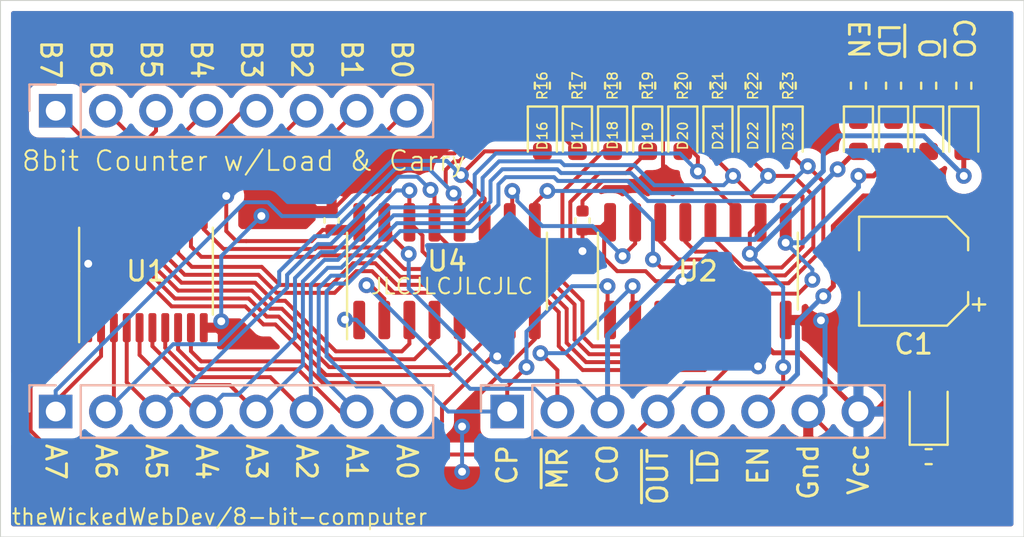
<source format=kicad_pcb>
(kicad_pcb (version 20171130) (host pcbnew "(5.1.10-1-10_14)")
  (layers (0 F.Cu signal) (31 B.Cu signal) (34 B.Paste user) (35 F.Paste user) (36 B.SilkS user) (37 F.SilkS user) (38 B.Mask user) (39 F.Mask user) (44 Edge.Cuts user))
  (net 0 "")
  (net 1 GND)
  (net 2 VCC)
  (net 3 CLOCK)
  (net 4 BUS_00)
  (net 5 BUS_01)
  (net 6 BUS_02)
  (net 7 BUS_03)
  (net 8 BUS_04)
  (net 9 BUS_05)
  (net 10 BUS_06)
  (net 11 BUS_07)
  (net 12 Q0)
  (net 13 Q1)
  (net 14 Q2)
  (net 15 Q3)
  (net 16 Q4)
  (net 17 Q5)
  (net 18 Q6)
  (net 19 Q7)
  (net 20 "Net-(D2-Pad1)")
  (net 21 "Net-(D6-Pad1)")
  (net 22 "Net-(D7-Pad1)")
  (net 23 "Net-(D12-Pad1)")
  (net 24 "Net-(D16-Pad1)")
  (net 25 "Net-(D17-Pad1)")
  (net 26 "Net-(D18-Pad1)")
  (net 27 "Net-(D19-Pad1)")
  (net 28 "Net-(D20-Pad1)")
  (net 29 "Net-(D21-Pad1)")
  (net 30 "Net-(D22-Pad1)")
  (net 31 "Net-(D23-Pad1)")
  (net 32 ~LOAD)
  (net 33 "Net-(U2-Pad15)")
  (net 34 EN)
  (net 35 CARRY_OUT)
  (net 36 ~RESET)
  (net 37 ~OUT)
  (net 38 "Net-(R14-Pad1)")
  (module LED_SMD:LED_0603_1608Metric (layer F.Cu) (at 216.408 14.732 270)
    (fp_text reference U3 hide)
    (fp_text value "19-213_Y2C-CQ2R2L_3T(CY)")
    (pad 2 smd roundrect (at 0.7875 0 270) (size 0.875 0.95) (layers F.Cu F.Paste F.Mask) (net 35 CARRY_OUT))
    (pad 1 smd roundrect (at -0.7875 0 270) (size 0.875 0.95) (layers F.Cu F.Paste F.Mask) (net 38 "Net-(R14-Pad1)"))
  )
  (module Package_SO:SOIC-16_3.9x9.9mm_P1.27mm (layer F.Cu) (at 190.246 21.59 90)
    (fp_text reference U4 (at 0.508 0 180) (layer F.SilkS))
    (fp_text value SN74HC161DR)
    (pad 16 smd roundrect (at 2.475 -4.445 90) (size 1.95 0.6) (layers F.Cu F.Paste F.Mask) (net 2 VCC))
    (pad 15 smd roundrect (at 2.475 -3.175 90) (size 1.95 0.6) (layers F.Cu F.Paste F.Mask) (net 35 CARRY_OUT))
    (pad 14 smd roundrect (at 2.475 -1.905 90) (size 1.95 0.6) (layers F.Cu F.Paste F.Mask) (net 16 Q4))
    (pad 13 smd roundrect (at 2.475 -0.635 90) (size 1.95 0.6) (layers F.Cu F.Paste F.Mask) (net 17 Q5))
    (pad 12 smd roundrect (at 2.475 0.635 90) (size 1.95 0.6) (layers F.Cu F.Paste F.Mask) (net 18 Q6))
    (pad 11 smd roundrect (at 2.475 1.905 90) (size 1.95 0.6) (layers F.Cu F.Paste F.Mask) (net 19 Q7))
    (pad 10 smd roundrect (at 2.475 3.175 90) (size 1.95 0.6) (layers F.Cu F.Paste F.Mask) (net 33 "Net-(U2-Pad15)"))
    (pad 9 smd roundrect (at 2.475 4.445 90) (size 1.95 0.6) (layers F.Cu F.Paste F.Mask) (net 32 ~LOAD))
    (pad 8 smd roundrect (at -2.475 4.445 90) (size 1.95 0.6) (layers F.Cu F.Paste F.Mask) (net 1 GND))
    (pad 7 smd roundrect (at -2.475 3.175 90) (size 1.95 0.6) (layers F.Cu F.Paste F.Mask) (net 2 VCC))
    (pad 6 smd roundrect (at -2.475 1.905 90) (size 1.95 0.6) (layers F.Cu F.Paste F.Mask) (net 11 BUS_07))
    (pad 5 smd roundrect (at -2.475 0.635 90) (size 1.95 0.6) (layers F.Cu F.Paste F.Mask) (net 10 BUS_06))
    (pad 4 smd roundrect (at -2.475 -0.635 90) (size 1.95 0.6) (layers F.Cu F.Paste F.Mask) (net 9 BUS_05))
    (pad 3 smd roundrect (at -2.475 -1.905 90) (size 1.95 0.6) (layers F.Cu F.Paste F.Mask) (net 8 BUS_04))
    (pad 2 smd roundrect (at -2.475 -3.175 90) (size 1.95 0.6) (layers F.Cu F.Paste F.Mask) (net 3 CLOCK))
    (pad 1 smd roundrect (at -2.475 -4.445 90) (size 1.95 0.6) (layers F.Cu F.Paste F.Mask) (net 36 ~RESET))
  )
  (module Package_SO:SOIC-16_3.9x9.9mm_P1.27mm (layer F.Cu) (at 202.946 21.59 90)
    (fp_text reference U2 (at 0 0 180) (layer F.SilkS))
    (fp_text value SN74HC161DR)
    (pad 16 smd roundrect (at 2.475 -4.445 90) (size 1.95 0.6) (layers F.Cu F.Paste F.Mask) (net 2 VCC))
    (pad 15 smd roundrect (at 2.475 -3.175 90) (size 1.95 0.6) (layers F.Cu F.Paste F.Mask) (net 33 "Net-(U2-Pad15)"))
    (pad 14 smd roundrect (at 2.475 -1.905 90) (size 1.95 0.6) (layers F.Cu F.Paste F.Mask) (net 12 Q0))
    (pad 13 smd roundrect (at 2.475 -0.635 90) (size 1.95 0.6) (layers F.Cu F.Paste F.Mask) (net 13 Q1))
    (pad 12 smd roundrect (at 2.475 0.635 90) (size 1.95 0.6) (layers F.Cu F.Paste F.Mask) (net 14 Q2))
    (pad 11 smd roundrect (at 2.475 1.905 90) (size 1.95 0.6) (layers F.Cu F.Paste F.Mask) (net 15 Q3))
    (pad 10 smd roundrect (at 2.475 3.175 90) (size 1.95 0.6) (layers F.Cu F.Paste F.Mask) (net 34 EN))
    (pad 9 smd roundrect (at 2.475 4.445 90) (size 1.95 0.6) (layers F.Cu F.Paste F.Mask) (net 32 ~LOAD))
    (pad 8 smd roundrect (at -2.475 4.445 90) (size 1.95 0.6) (layers F.Cu F.Paste F.Mask) (net 1 GND))
    (pad 7 smd roundrect (at -2.475 3.175 90) (size 1.95 0.6) (layers F.Cu F.Paste F.Mask) (net 2 VCC))
    (pad 6 smd roundrect (at -2.475 1.905 90) (size 1.95 0.6) (layers F.Cu F.Paste F.Mask) (net 7 BUS_03))
    (pad 5 smd roundrect (at -2.475 0.635 90) (size 1.95 0.6) (layers F.Cu F.Paste F.Mask) (net 6 BUS_02))
    (pad 4 smd roundrect (at -2.475 -0.635 90) (size 1.95 0.6) (layers F.Cu F.Paste F.Mask) (net 5 BUS_01))
    (pad 3 smd roundrect (at -2.475 -1.905 90) (size 1.95 0.6) (layers F.Cu F.Paste F.Mask) (net 4 BUS_00))
    (pad 2 smd roundrect (at -2.475 -3.175 90) (size 1.95 0.6) (layers F.Cu F.Paste F.Mask) (net 3 CLOCK))
    (pad 1 smd roundrect (at -2.475 -4.445 90) (size 1.95 0.6) (layers F.Cu F.Paste F.Mask) (net 36 ~RESET))
  )
  (module Package_SO:TSSOP-20_4.4x6.5mm_P0.65mm (layer F.Cu) (at 175.006 21.59 90)
    (fp_text reference U1 (at 0 0 180) (layer F.SilkS))
    (fp_text value 74HC245PW,118)
    (pad 20 smd roundrect (at 2.8625 -2.925 90) (size 1.475 0.4) (layers F.Cu F.Paste F.Mask) (net 2 VCC))
    (pad 19 smd roundrect (at 2.8625 -2.275 90) (size 1.475 0.4) (layers F.Cu F.Paste F.Mask) (net 37 ~OUT))
    (pad 18 smd roundrect (at 2.8625 -1.625 90) (size 1.475 0.4) (layers F.Cu F.Paste F.Mask) (net 11 BUS_07))
    (pad 17 smd roundrect (at 2.8625 -0.975 90) (size 1.475 0.4) (layers F.Cu F.Paste F.Mask) (net 10 BUS_06))
    (pad 16 smd roundrect (at 2.8625 -0.325 90) (size 1.475 0.4) (layers F.Cu F.Paste F.Mask) (net 9 BUS_05))
    (pad 15 smd roundrect (at 2.8625 0.325 90) (size 1.475 0.4) (layers F.Cu F.Paste F.Mask) (net 8 BUS_04))
    (pad 14 smd roundrect (at 2.8625 0.975 90) (size 1.475 0.4) (layers F.Cu F.Paste F.Mask) (net 7 BUS_03))
    (pad 13 smd roundrect (at 2.8625 1.625 90) (size 1.475 0.4) (layers F.Cu F.Paste F.Mask) (net 6 BUS_02))
    (pad 12 smd roundrect (at 2.8625 2.275 90) (size 1.475 0.4) (layers F.Cu F.Paste F.Mask) (net 5 BUS_01))
    (pad 11 smd roundrect (at 2.8625 2.925 90) (size 1.475 0.4) (layers F.Cu F.Paste F.Mask) (net 4 BUS_00))
    (pad 10 smd roundrect (at -2.8625 2.925 90) (size 1.475 0.4) (layers F.Cu F.Paste F.Mask) (net 1 GND))
    (pad 9 smd roundrect (at -2.8625 2.275 90) (size 1.475 0.4) (layers F.Cu F.Paste F.Mask) (net 12 Q0))
    (pad 8 smd roundrect (at -2.8625 1.625 90) (size 1.475 0.4) (layers F.Cu F.Paste F.Mask) (net 13 Q1))
    (pad 7 smd roundrect (at -2.8625 0.975 90) (size 1.475 0.4) (layers F.Cu F.Paste F.Mask) (net 14 Q2))
    (pad 6 smd roundrect (at -2.8625 0.325 90) (size 1.475 0.4) (layers F.Cu F.Paste F.Mask) (net 15 Q3))
    (pad 5 smd roundrect (at -2.8625 -0.325 90) (size 1.475 0.4) (layers F.Cu F.Paste F.Mask) (net 16 Q4))
    (pad 4 smd roundrect (at -2.8625 -0.975 90) (size 1.475 0.4) (layers F.Cu F.Paste F.Mask) (net 17 Q5))
    (pad 3 smd roundrect (at -2.8625 -1.625 90) (size 1.475 0.4) (layers F.Cu F.Paste F.Mask) (net 18 Q6))
    (pad 2 smd roundrect (at -2.8625 -2.275 90) (size 1.475 0.4) (layers F.Cu F.Paste F.Mask) (net 19 Q7))
    (pad 1 smd roundrect (at -2.8625 -2.925 90) (size 1.475 0.4) (layers F.Cu F.Paste F.Mask) (net 2 VCC))
  )
  (module Resistor_SMD:R_0402_1005Metric (layer F.Cu) (at 216.408 12.192 90)
    (fp_text reference R14 hide)
    (fp_text value 0402WGF1001TCE)
    (pad 2 smd roundrect (at 0.51 0 90) (size 0.54 0.64) (layers F.Cu F.Paste F.Mask) (net 1 GND))
    (pad 1 smd roundrect (at -0.51 0 90) (size 0.54 0.64) (layers F.Cu F.Paste F.Mask) (net 38 "Net-(R14-Pad1)"))
  )
  (module Resistor_SMD:R_0402_1005Metric (layer F.Cu) (at 214.63 12.192 90)
    (fp_text reference R12 hide)
    (fp_text value 0402WGF1001TCE)
    (pad 2 smd roundrect (at 0.51 0 90) (size 0.54 0.64) (layers F.Cu F.Paste F.Mask) (net 1 GND))
    (pad 1 smd roundrect (at -0.51 0 90) (size 0.54 0.64) (layers F.Cu F.Paste F.Mask) (net 23 "Net-(D12-Pad1)"))
  )
  (module Resistor_SMD:R_0402_1005Metric (layer F.Cu) (at 212.852 12.192 90)
    (fp_text reference R7 hide)
    (fp_text value 0402WGF1001TCE)
    (pad 2 smd roundrect (at 0.51 0 90) (size 0.54 0.64) (layers F.Cu F.Paste F.Mask) (net 1 GND))
    (pad 1 smd roundrect (at -0.51 0 90) (size 0.54 0.64) (layers F.Cu F.Paste F.Mask) (net 22 "Net-(D7-Pad1)"))
  )
  (module Resistor_SMD:R_0402_1005Metric (layer F.Cu) (at 214.63 30.988 180)
    (fp_text reference R6 hide)
    (fp_text value 0402WGF1001TCE)
    (pad 2 smd roundrect (at 0.51 0 180) (size 0.54 0.64) (layers F.Cu F.Paste F.Mask) (net 1 GND))
    (pad 1 smd roundrect (at -0.51 0 180) (size 0.54 0.64) (layers F.Cu F.Paste F.Mask) (net 21 "Net-(D6-Pad1)"))
  )
  (module Resistor_SMD:R_0402_1005Metric (layer F.Cu) (at 211.074 12.192 90)
    (fp_text reference R2 hide)
    (fp_text value 0402WGF1001TCE)
    (pad 2 smd roundrect (at 0.51 0 90) (size 0.54 0.64) (layers F.Cu F.Paste F.Mask) (net 1 GND))
    (pad 1 smd roundrect (at -0.51 0 90) (size 0.54 0.64) (layers F.Cu F.Paste F.Mask) (net 20 "Net-(D2-Pad1)"))
  )
  (module Connector_PinHeader_2.54mm:PinHeader_1x08_P2.54mm_Vertical (layer B.Cu) (at 170.434 28.702 270)
    (fp_text reference J3 hide)
    (fp_text value Conn_01x08)
    (pad 8 thru_hole oval (at 0 -17.78 270) (size 1.7 1.7) (drill 1) (layers *.Cu *.Mask) (net 12 Q0))
    (pad 7 thru_hole oval (at 0 -15.24 270) (size 1.7 1.7) (drill 1) (layers *.Cu *.Mask) (net 13 Q1))
    (pad 6 thru_hole oval (at 0 -12.7 270) (size 1.7 1.7) (drill 1) (layers *.Cu *.Mask) (net 14 Q2))
    (pad 5 thru_hole oval (at 0 -10.16 270) (size 1.7 1.7) (drill 1) (layers *.Cu *.Mask) (net 15 Q3))
    (pad 4 thru_hole oval (at 0 -7.62 270) (size 1.7 1.7) (drill 1) (layers *.Cu *.Mask) (net 16 Q4))
    (pad 3 thru_hole oval (at 0 -5.08 270) (size 1.7 1.7) (drill 1) (layers *.Cu *.Mask) (net 17 Q5))
    (pad 2 thru_hole oval (at 0 -2.54 270) (size 1.7 1.7) (drill 1) (layers *.Cu *.Mask) (net 18 Q6))
    (pad 1 thru_hole rect (at 0 0 270) (size 1.7 1.7) (drill 1) (layers *.Cu *.Mask) (net 19 Q7))
  )
  (module Connector_PinHeader_2.54mm:PinHeader_1x08_P2.54mm_Vertical (layer B.Cu) (at 170.434 13.462 270)
    (fp_text reference J2 hide)
    (fp_text value Conn_01x08)
    (pad 8 thru_hole oval (at 0 -17.78 270) (size 1.7 1.7) (drill 1) (layers *.Cu *.Mask) (net 4 BUS_00))
    (pad 7 thru_hole oval (at 0 -15.24 270) (size 1.7 1.7) (drill 1) (layers *.Cu *.Mask) (net 5 BUS_01))
    (pad 6 thru_hole oval (at 0 -12.7 270) (size 1.7 1.7) (drill 1) (layers *.Cu *.Mask) (net 6 BUS_02))
    (pad 5 thru_hole oval (at 0 -10.16 270) (size 1.7 1.7) (drill 1) (layers *.Cu *.Mask) (net 7 BUS_03))
    (pad 4 thru_hole oval (at 0 -7.62 270) (size 1.7 1.7) (drill 1) (layers *.Cu *.Mask) (net 8 BUS_04))
    (pad 3 thru_hole oval (at 0 -5.08 270) (size 1.7 1.7) (drill 1) (layers *.Cu *.Mask) (net 9 BUS_05))
    (pad 2 thru_hole oval (at 0 -2.54 270) (size 1.7 1.7) (drill 1) (layers *.Cu *.Mask) (net 10 BUS_06))
    (pad 1 thru_hole rect (at 0 0 270) (size 1.7 1.7) (drill 1) (layers *.Cu *.Mask) (net 11 BUS_07))
  )
  (module LED_SMD:LED_0603_1608Metric (layer F.Cu) (at 214.63 14.732 270)
    (fp_text reference D12 hide)
    (fp_text value 19-217/BHC-ZL1M2RY/3T)
    (pad 2 smd roundrect (at 0.7875 0 270) (size 0.875 0.95) (layers F.Cu F.Paste F.Mask) (net 37 ~OUT))
    (pad 1 smd roundrect (at -0.7875 0 270) (size 0.875 0.95) (layers F.Cu F.Paste F.Mask) (net 23 "Net-(D12-Pad1)"))
  )
  (module LED_SMD:LED_0603_1608Metric (layer F.Cu) (at 212.852 14.732 270)
    (fp_text reference D7 hide)
    (fp_text value 19-217/BHC-ZL1M2RY/3T)
    (pad 2 smd roundrect (at 0.7875 0 270) (size 0.875 0.95) (layers F.Cu F.Paste F.Mask) (net 32 ~LOAD))
    (pad 1 smd roundrect (at -0.7875 0 270) (size 0.875 0.95) (layers F.Cu F.Paste F.Mask) (net 22 "Net-(D7-Pad1)"))
  )
  (module LED_SMD:LED_0805_2012Metric (layer F.Cu) (at 214.63 28.702 90)
    (fp_text reference D6 hide)
    (fp_text value NCD0805R1)
    (pad 2 smd roundrect (at 0.9375 0 90) (size 0.975 1.4) (layers F.Cu F.Paste F.Mask) (net 2 VCC))
    (pad 1 smd roundrect (at -0.9375 0 90) (size 0.975 1.4) (layers F.Cu F.Paste F.Mask) (net 21 "Net-(D6-Pad1)"))
  )
  (module LED_SMD:LED_0603_1608Metric (layer F.Cu) (at 211.074 14.732 270)
    (fp_text reference D2 hide)
    (fp_text value 19-217/BHC-ZL1M2RY/3T)
    (pad 2 smd roundrect (at 0.7875 0 270) (size 0.875 0.95) (layers F.Cu F.Paste F.Mask) (net 34 EN))
    (pad 1 smd roundrect (at -0.7875 0 270) (size 0.875 0.95) (layers F.Cu F.Paste F.Mask) (net 20 "Net-(D2-Pad1)"))
  )
  (module Capacitor_SMD:C_0402_1005Metric (layer F.Cu) (at 184.404 19.022 90)
    (fp_text reference C5 hide)
    (fp_text value CL05A106MQ5NUNC)
    (pad 2 smd roundrect (at 0.48 0 90) (size 0.56 0.62) (layers F.Cu F.Paste F.Mask) (net 1 GND))
    (pad 1 smd roundrect (at -0.48 0 90) (size 0.56 0.62) (layers F.Cu F.Paste F.Mask) (net 2 VCC))
  )
  (module Capacitor_SMD:C_0402_1005Metric (layer F.Cu) (at 197.104 19.022 90)
    (fp_text reference C2 hide)
    (fp_text value CL05A106MQ5NUNC)
    (pad 2 smd roundrect (at 0.48 0 90) (size 0.56 0.62) (layers F.Cu F.Paste F.Mask) (net 1 GND))
    (pad 1 smd roundrect (at -0.48 0 90) (size 0.56 0.62) (layers F.Cu F.Paste F.Mask) (net 2 VCC))
  )
  (module Capacitor_SMD:CP_Elec_5x5.8 (layer F.Cu) (at 213.868 21.59 180)
    (fp_text reference C1 (at 0 -3.7) (layer F.SilkS))
    (fp_text value SMD-ECAP-5x5.8)
    (pad 2 smd roundrect (at 2.2 0 180) (size 3 1.6) (layers F.Cu F.Paste F.Mask) (roundrect_rratio 0.15625) (net 1 GND))
    (pad 1 smd roundrect (at -2.2 0 180) (size 3 1.6) (layers F.Cu F.Paste F.Mask) (roundrect_rratio 0.15625) (net 2 VCC))
  )
  (module Connector_PinHeader_2.54mm:PinHeader_1x08_P2.54mm_Vertical (layer B.Cu) (at 193.294 28.702 270)
    (fp_text reference J1 hide)
    (fp_text value Conn_01x08)
    (pad 8 thru_hole oval (at 0 -17.78 270) (size 1.7 1.7) (drill 1) (layers *.Cu *.Mask) (net 2 VCC))
    (pad 7 thru_hole oval (at 0 -15.24 270) (size 1.7 1.7) (drill 1) (layers *.Cu *.Mask) (net 1 GND))
    (pad 6 thru_hole oval (at 0 -12.7 270) (size 1.7 1.7) (drill 1) (layers *.Cu *.Mask) (net 34 EN))
    (pad 5 thru_hole oval (at 0 -10.16 270) (size 1.7 1.7) (drill 1) (layers *.Cu *.Mask) (net 32 ~LOAD))
    (pad 4 thru_hole oval (at 0 -7.62 270) (size 1.7 1.7) (drill 1) (layers *.Cu *.Mask) (net 37 ~OUT))
    (pad 3 thru_hole oval (at 0 -5.08 270) (size 1.7 1.7) (drill 1) (layers *.Cu *.Mask) (net 35 CARRY_OUT))
    (pad 2 thru_hole oval (at 0 -2.54 270) (size 1.7 1.7) (drill 1) (layers *.Cu *.Mask) (net 3 CLOCK))
    (pad 1 thru_hole rect (at 0 0 270) (size 1.7 1.7) (drill 1) (layers *.Cu *.Mask) (net 36 ~RESET))
  )
  (module LED_SMD:LED_0603_1608Metric (layer F.Cu) (at 195.072 14.732 270)
    (fp_text reference D16 (at 0 0 90) (layer F.SilkS) (effects (font (size 0.5 0.5) (thickness 0.08))))
    (fp_text value 19-217/GHC-YR1S2/3T)
    (pad 1 smd roundrect (at -0.7875 0 270) (size 0.875 0.95) (layers F.Cu F.Paste F.Mask) (net 24 "Net-(D16-Pad1)"))
    (pad 2 smd roundrect (at 0.7875 0 270) (size 0.875 0.95) (layers F.Cu F.Paste F.Mask) (net 19 Q7))
  )
  (module LED_SMD:LED_0603_1608Metric (layer F.Cu) (at 196.85 14.732 270)
    (fp_text reference D17 (at 0 0 90) (layer F.SilkS) (effects (font (size 0.5 0.5) (thickness 0.08))))
    (fp_text value 19-217/GHC-YR1S2/3T)
    (pad 1 smd roundrect (at -0.7875 0 270) (size 0.875 0.95) (layers F.Cu F.Paste F.Mask) (net 25 "Net-(D17-Pad1)"))
    (pad 2 smd roundrect (at 0.7875 0 270) (size 0.875 0.95) (layers F.Cu F.Paste F.Mask) (net 18 Q6))
  )
  (module LED_SMD:LED_0603_1608Metric (layer F.Cu) (at 198.628 14.732 270)
    (fp_text reference D18 (at -0.0255 0 90) (layer F.SilkS) (effects (font (size 0.5 0.5) (thickness 0.08))))
    (fp_text value 19-217/GHC-YR1S2/3T)
    (pad 1 smd roundrect (at -0.7875 0 270) (size 0.875 0.95) (layers F.Cu F.Paste F.Mask) (net 26 "Net-(D18-Pad1)"))
    (pad 2 smd roundrect (at 0.7875 0 270) (size 0.875 0.95) (layers F.Cu F.Paste F.Mask) (net 17 Q5))
  )
  (module LED_SMD:LED_0603_1608Metric (layer F.Cu) (at 200.406 14.732 270)
    (fp_text reference D19 (at 0.0255 0 90) (layer F.SilkS) (effects (font (size 0.5 0.5) (thickness 0.08))))
    (fp_text value 19-217/GHC-YR1S2/3T)
    (pad 1 smd roundrect (at -0.7875 0 270) (size 0.875 0.95) (layers F.Cu F.Paste F.Mask) (net 27 "Net-(D19-Pad1)"))
    (pad 2 smd roundrect (at 0.7875 0 270) (size 0.875 0.95) (layers F.Cu F.Paste F.Mask) (net 16 Q4))
  )
  (module LED_SMD:LED_0603_1608Metric (layer F.Cu) (at 202.184 14.732 270)
    (fp_text reference D20 (at 0 0 90) (layer F.SilkS) (effects (font (size 0.5 0.5) (thickness 0.08))))
    (fp_text value 19-217/GHC-YR1S2/3T)
    (pad 1 smd roundrect (at -0.7875 0 270) (size 0.875 0.95) (layers F.Cu F.Paste F.Mask) (net 28 "Net-(D20-Pad1)"))
    (pad 2 smd roundrect (at 0.7875 0 270) (size 0.875 0.95) (layers F.Cu F.Paste F.Mask) (net 15 Q3))
  )
  (module LED_SMD:LED_0603_1608Metric (layer F.Cu) (at 203.962 14.732 270)
    (fp_text reference D21 (at 0 0 90) (layer F.SilkS) (effects (font (size 0.5 0.5) (thickness 0.08))))
    (fp_text value 19-217/GHC-YR1S2/3T)
    (pad 1 smd roundrect (at -0.7875 0 270) (size 0.875 0.95) (layers F.Cu F.Paste F.Mask) (net 29 "Net-(D21-Pad1)"))
    (pad 2 smd roundrect (at 0.7875 0 270) (size 0.875 0.95) (layers F.Cu F.Paste F.Mask) (net 14 Q2))
  )
  (module LED_SMD:LED_0603_1608Metric (layer F.Cu) (at 205.74 14.732 270)
    (fp_text reference D22 (at 0 0 90) (layer F.SilkS) (effects (font (size 0.5 0.5) (thickness 0.08))))
    (fp_text value 19-217/GHC-YR1S2/3T)
    (pad 1 smd roundrect (at -0.7875 0 270) (size 0.875 0.95) (layers F.Cu F.Paste F.Mask) (net 30 "Net-(D22-Pad1)"))
    (pad 2 smd roundrect (at 0.7875 0 270) (size 0.875 0.95) (layers F.Cu F.Paste F.Mask) (net 13 Q1))
  )
  (module LED_SMD:LED_0603_1608Metric (layer F.Cu) (at 207.518 14.732 270)
    (fp_text reference D23 (at 0.0255 0 90) (layer F.SilkS) (effects (font (size 0.5 0.5) (thickness 0.08))))
    (fp_text value 19-217/GHC-YR1S2/3T)
    (pad 1 smd roundrect (at -0.7875 0 270) (size 0.875 0.95) (layers F.Cu F.Paste F.Mask) (net 31 "Net-(D23-Pad1)"))
    (pad 2 smd roundrect (at 0.7875 0 270) (size 0.875 0.95) (layers F.Cu F.Paste F.Mask) (net 12 Q0))
  )
  (module Resistor_SMD:R_0402_1005Metric (layer F.Cu) (at 195.072 12.192 90)
    (fp_text reference R16 (at 0 0 90) (layer F.SilkS) (effects (font (size 0.5 0.5) (thickness 0.08))))
    (fp_text value 0402WGF1001TCE)
    (pad 1 smd roundrect (at -0.51 0 90) (size 0.54 0.64) (layers F.Cu F.Paste F.Mask) (net 24 "Net-(D16-Pad1)"))
    (pad 2 smd roundrect (at 0.51 0 90) (size 0.54 0.64) (layers F.Cu F.Paste F.Mask) (net 1 GND))
  )
  (module Resistor_SMD:R_0402_1005Metric (layer F.Cu) (at 196.85 12.192 90)
    (fp_text reference R17 (at 0 0 90) (layer F.SilkS) (effects (font (size 0.5 0.5) (thickness 0.08))))
    (fp_text value 0402WGF1001TCE)
    (pad 1 smd roundrect (at -0.51 0 90) (size 0.54 0.64) (layers F.Cu F.Paste F.Mask) (net 25 "Net-(D17-Pad1)"))
    (pad 2 smd roundrect (at 0.51 0 90) (size 0.54 0.64) (layers F.Cu F.Paste F.Mask) (net 1 GND))
  )
  (module Resistor_SMD:R_0402_1005Metric (layer F.Cu) (at 198.628 12.192 90)
    (fp_text reference R18 (at 0 0 90) (layer F.SilkS) (effects (font (size 0.5 0.5) (thickness 0.08))))
    (fp_text value 0402WGF1001TCE)
    (pad 1 smd roundrect (at -0.51 0 90) (size 0.54 0.64) (layers F.Cu F.Paste F.Mask) (net 26 "Net-(D18-Pad1)"))
    (pad 2 smd roundrect (at 0.51 0 90) (size 0.54 0.64) (layers F.Cu F.Paste F.Mask) (net 1 GND))
  )
  (module Resistor_SMD:R_0402_1005Metric (layer F.Cu) (at 200.406 12.192 90)
    (fp_text reference R19 (at 0 0 90) (layer F.SilkS) (effects (font (size 0.5 0.5) (thickness 0.08))))
    (fp_text value 0402WGF1001TCE)
    (pad 1 smd roundrect (at -0.51 0 90) (size 0.54 0.64) (layers F.Cu F.Paste F.Mask) (net 27 "Net-(D19-Pad1)"))
    (pad 2 smd roundrect (at 0.51 0 90) (size 0.54 0.64) (layers F.Cu F.Paste F.Mask) (net 1 GND))
  )
  (module Resistor_SMD:R_0402_1005Metric (layer F.Cu) (at 202.184 12.192 90)
    (fp_text reference R20 (at 0 0 90) (layer F.SilkS) (effects (font (size 0.5 0.5) (thickness 0.08))))
    (fp_text value 0402WGF1001TCE)
    (pad 1 smd roundrect (at -0.51 0 90) (size 0.54 0.64) (layers F.Cu F.Paste F.Mask) (net 28 "Net-(D20-Pad1)"))
    (pad 2 smd roundrect (at 0.51 0 90) (size 0.54 0.64) (layers F.Cu F.Paste F.Mask) (net 1 GND))
  )
  (module Resistor_SMD:R_0402_1005Metric (layer F.Cu) (at 203.962 12.192 90)
    (fp_text reference R21 (at 0.002 0 90) (layer F.SilkS) (effects (font (size 0.5 0.5) (thickness 0.08))))
    (fp_text value 0402WGF1001TCE)
    (pad 1 smd roundrect (at -0.51 0 90) (size 0.54 0.64) (layers F.Cu F.Paste F.Mask) (net 29 "Net-(D21-Pad1)"))
    (pad 2 smd roundrect (at 0.51 0 90) (size 0.54 0.64) (layers F.Cu F.Paste F.Mask) (net 1 GND))
  )
  (module Resistor_SMD:R_0402_1005Metric (layer F.Cu) (at 205.74 12.192 90)
    (fp_text reference R22 (at 0 0 90) (layer F.SilkS) (effects (font (size 0.5 0.5) (thickness 0.08))))
    (fp_text value 0402WGF1001TCE)
    (pad 1 smd roundrect (at -0.51 0 90) (size 0.54 0.64) (layers F.Cu F.Paste F.Mask) (net 30 "Net-(D22-Pad1)"))
    (pad 2 smd roundrect (at 0.51 0 90) (size 0.54 0.64) (layers F.Cu F.Paste F.Mask) (net 1 GND))
  )
  (module Resistor_SMD:R_0402_1005Metric (layer F.Cu) (at 207.518 12.192 90)
    (fp_text reference R23 (at 0 0 90) (layer F.SilkS) (effects (font (size 0.5 0.5) (thickness 0.08))))
    (fp_text value 0402WGF1001TCE)
    (pad 1 smd roundrect (at -0.51 0 90) (size 0.54 0.64) (layers F.Cu F.Paste F.Mask) (net 31 "Net-(D23-Pad1)"))
    (pad 2 smd roundrect (at 0.51 0 90) (size 0.54 0.64) (layers F.Cu F.Paste F.Mask) (net 1 GND))
  )
  (gr_text JLCJLCJLCJLC (at 190.5 22.352) (layer F.SilkS) (effects (font (size 0.8 0.8) (thickness 0.1))))
  (gr_text EN (at 211.074 10.922 -90) (layer F.SilkS) (effects (font (size 1 1)) (justify right)))
  (gr_text ~LD (at 212.598 10.922 -90) (layer F.SilkS) (effects (font (size 1 1)) (justify right)))
  (gr_text ~O (at 214.63 10.922 -90) (layer F.SilkS) (effects (font (size 1 1)) (justify right)))
  (gr_text CO (at 216.408 10.922 -90) (layer F.SilkS) (effects (font (size 1 1)) (justify right)))
  (gr_text "8bit Counter w/Load & Carry" (at 191.262 16.002) (layer F.SilkS) (effects (font (size 1 1) (thickness 0.1)) (justify right)))
  (gr_line (start 167.64 7.874) (end 167.894 7.874) (layer Edge.Cuts) (width 0.05))
  (gr_line (start 167.64 35.052) (end 167.64 7.874) (layer Edge.Cuts) (width 0.05))
  (gr_line (start 219.456 35.052) (end 167.64 35.052) (layer Edge.Cuts) (width 0.05))
  (gr_line (start 219.456 7.874) (end 219.456 35.052) (layer Edge.Cuts) (width 0.05))
  (gr_line (start 167.894 7.874) (end 219.456 7.874) (layer Edge.Cuts) (width 0.05))
  (gr_text B0 (at 187.96 11.938 -90) (layer F.SilkS) (effects (font (size 1 1)) (justify right)))
  (gr_text B4 (at 177.8 11.938 -90) (layer F.SilkS) (effects (font (size 1 1)) (justify right)))
  (gr_text B3 (at 180.34 11.938 -90) (layer F.SilkS) (effects (font (size 1 1)) (justify right)))
  (gr_text B2 (at 182.88 11.938 -90) (layer F.SilkS) (effects (font (size 1 1)) (justify right)))
  (gr_text B1 (at 185.42 11.938 -90) (layer F.SilkS) (effects (font (size 1 1)) (justify right)))
  (gr_text B5 (at 175.26 11.938 -90) (layer F.SilkS) (effects (font (size 1 1)) (justify right)))
  (gr_text B6 (at 172.72 11.938 -90) (layer F.SilkS) (effects (font (size 1 1)) (justify right)))
  (gr_text B7 (at 170.18 11.938 -90) (layer F.SilkS) (effects (font (size 1 1)) (justify right)))
  (gr_text ~MR (at 195.834 32.766 90) (layer F.SilkS) (effects (font (size 1 1)) (justify left)))
  (gr_text theWickedWebDev/8-bit-computer (at 168.148 34.036) (layer F.SilkS) (effects (font (size 0.8 0.8) (thickness 0.1)) (justify left)))
  (gr_text Gnd (at 208.534 33.274 90) (layer F.SilkS) (effects (font (size 1 1)) (justify left)))
  (gr_text Vcc (at 211.074 33.02 90) (layer F.SilkS) (effects (font (size 1 1)) (justify left)))
  (gr_text CP (at 193.294 32.512 90) (layer F.SilkS) (effects (font (size 1 1)) (justify left)))
  (gr_text A7 (at 170.434 32.258 -90) (layer F.SilkS) (effects (font (size 1 1)) (justify right)))
  (gr_text A6 (at 172.974 32.258 -90) (layer F.SilkS) (effects (font (size 1 1)) (justify right)))
  (gr_text A5 (at 175.514 32.258 -90) (layer F.SilkS) (effects (font (size 1 1)) (justify right)))
  (gr_text A4 (at 178.054 32.258 -90) (layer F.SilkS) (effects (font (size 1 1)) (justify right)))
  (gr_text A3 (at 180.594 32.258 -90) (layer F.SilkS) (effects (font (size 1 1)) (justify right)))
  (gr_text A2 (at 183.134 32.258 -90) (layer F.SilkS) (effects (font (size 1 1)) (justify right)))
  (gr_text A1 (at 185.674 32.258 -90) (layer F.SilkS) (effects (font (size 1 1)) (justify right)))
  (gr_text A0 (at 188.214 32.258 -90) (layer F.SilkS) (effects (font (size 1 1)) (justify right)))
  (gr_text CO (at 198.374 32.512 90) (layer F.SilkS) (effects (font (size 1 1)) (justify left)))
  (gr_text ~OUT (at 200.914 33.528 90) (layer F.SilkS) (effects (font (size 1 1)) (justify left)))
  (gr_text ~LD (at 203.454 32.512 90) (layer F.SilkS) (effects (font (size 1 1)) (justify left)))
  (gr_text EN (at 205.994 32.512 90) (layer F.SilkS) (effects (font (size 1 1)) (justify left)))
  (segment (start 216.408 11.682) (end 211.074 11.682) (width 0.5) (layer F.Cu) (net 1))
  (segment (start 211.668 21.59) (end 213.954 19.304) (width 0.5) (layer F.Cu) (net 1))
  (segment (start 213.954 19.304) (end 216.408 19.304) (width 0.5) (layer F.Cu) (net 1))
  (segment (start 216.408 19.304) (end 218.186 17.526) (width 0.5) (layer F.Cu) (net 1))
  (segment (start 218.186 17.526) (end 218.186 12.7) (width 0.5) (layer F.Cu) (net 1))
  (segment (start 217.168 11.682) (end 216.408 11.682) (width 0.5) (layer F.Cu) (net 1))
  (segment (start 218.186 12.7) (end 217.168 11.682) (width 0.5) (layer F.Cu) (net 1))
  (segment (start 211.074 11.682) (end 207.518 11.682) (width 0.5) (layer F.Cu) (net 1))
  (via (at 191.008 29.464) (size 0.8) (drill 0.4) (layers F.Cu B.Cu) (net 1))
  (segment (start 191.008 29.464) (end 191.008 31.75) (width 0.2) (layer B.Cu) (net 1))
  (via (at 191.008 31.75) (size 0.8) (drill 0.4) (layers F.Cu B.Cu) (net 1))
  (segment (start 197.104 18.542) (end 197.104 18.034) (width 0.2) (layer F.Cu) (net 1))
  (segment (start 197.104 18.034) (end 198.12 17.018) (width 0.2) (layer F.Cu) (net 1))
  (segment (start 198.12 17.018) (end 200.66 17.018) (width 0.2) (layer F.Cu) (net 1))
  (segment (start 200.66 17.018) (end 201.18101 16.49699) (width 0.2) (layer F.Cu) (net 1))
  (segment (start 201.18101 11.69301) (end 201.17 11.682) (width 0.2) (layer F.Cu) (net 1))
  (segment (start 201.17 11.682) (end 195.072 11.682) (width 0.5) (layer F.Cu) (net 1))
  (segment (start 201.18101 16.49699) (end 201.18101 11.69301) (width 0.2) (layer F.Cu) (net 1))
  (segment (start 207.518 11.682) (end 201.17 11.682) (width 0.5) (layer F.Cu) (net 1))
  (segment (start 210.82 30.988) (end 208.534 28.702) (width 0.2) (layer F.Cu) (net 1))
  (segment (start 214.12 30.988) (end 210.82 30.988) (width 0.2) (layer F.Cu) (net 1))
  (segment (start 177.931 24.4525) (end 178.4935 24.4525) (width 0.2) (layer F.Cu) (net 1))
  (via (at 178.816 24.13) (size 0.8) (drill 0.4) (layers F.Cu B.Cu) (net 1))
  (segment (start 178.4935 24.4525) (end 178.816 24.13) (width 0.2) (layer F.Cu) (net 1))
  (via (at 180.848 18.796) (size 0.8) (drill 0.4) (layers F.Cu B.Cu) (net 1))
  (segment (start 184.404 18.542) (end 181.102 18.542) (width 0.2) (layer F.Cu) (net 1))
  (segment (start 178.816 20.828) (end 180.848 18.796) (width 0.2) (layer B.Cu) (net 1))
  (segment (start 178.816 24.13) (end 178.816 20.828) (width 0.2) (layer B.Cu) (net 1))
  (segment (start 181.102 18.542) (end 180.848 18.796) (width 0.2) (layer F.Cu) (net 1))
  (segment (start 194.691 25.039004) (end 191.008 28.722004) (width 0.2) (layer F.Cu) (net 1))
  (segment (start 194.691 24.065) (end 194.691 25.039004) (width 0.2) (layer F.Cu) (net 1))
  (segment (start 191.008 28.722004) (end 191.008 29.464) (width 0.2) (layer F.Cu) (net 1))
  (via (at 209.176021 24.083665) (size 0.8) (drill 0.4) (layers F.Cu B.Cu) (net 1))
  (segment (start 207.391 24.065) (end 209.157356 24.065) (width 0.5) (layer F.Cu) (net 1))
  (segment (start 209.383999 27.852001) (end 209.383999 24.291643) (width 0.25) (layer B.Cu) (net 1))
  (segment (start 211.668 21.59) (end 211.668 22.39) (width 0.5) (layer F.Cu) (net 1))
  (segment (start 209.974335 24.083665) (end 209.176021 24.083665) (width 0.5) (layer F.Cu) (net 1))
  (segment (start 211.668 22.39) (end 209.974335 24.083665) (width 0.5) (layer F.Cu) (net 1))
  (segment (start 208.534 28.702) (end 209.383999 27.852001) (width 0.25) (layer B.Cu) (net 1))
  (segment (start 209.383999 24.291643) (end 209.176021 24.083665) (width 0.25) (layer B.Cu) (net 1))
  (segment (start 209.157356 24.065) (end 209.176021 24.083665) (width 0.5) (layer F.Cu) (net 1))
  (segment (start 187.325304 15.620696) (end 190.627304 15.620696) (width 0.2) (layer F.Cu) (net 1))
  (segment (start 184.404 18.542) (end 187.325304 15.620696) (width 0.2) (layer F.Cu) (net 1))
  (segment (start 194.566 11.682) (end 195.072 11.682) (width 0.2) (layer F.Cu) (net 1))
  (segment (start 190.627304 15.620696) (end 194.566 11.682) (width 0.2) (layer F.Cu) (net 1))
  (segment (start 198.114 19.502) (end 198.501 19.115) (width 0.5) (layer F.Cu) (net 2))
  (segment (start 197.104 19.502) (end 198.114 19.502) (width 0.5) (layer F.Cu) (net 2))
  (segment (start 211.074 28.702) (end 212.09 28.702) (width 0.5) (layer F.Cu) (net 2))
  (segment (start 213.0275 27.7645) (end 214.63 27.7645) (width 0.5) (layer F.Cu) (net 2))
  (segment (start 212.09 28.702) (end 213.0275 27.7645) (width 0.5) (layer F.Cu) (net 2))
  (segment (start 216.068 26.3265) (end 214.63 27.7645) (width 0.5) (layer F.Cu) (net 2))
  (segment (start 216.068 21.59) (end 216.068 26.3265) (width 0.5) (layer F.Cu) (net 2))
  (segment (start 185.414 19.502) (end 184.404 19.502) (width 0.5) (layer F.Cu) (net 2))
  (segment (start 185.801 19.115) (end 185.414 19.502) (width 0.5) (layer F.Cu) (net 2))
  (segment (start 184.404 19.502) (end 183.952 19.502) (width 0.2) (layer F.Cu) (net 2))
  (segment (start 183.952 19.502) (end 183.388 20.066) (width 0.2) (layer F.Cu) (net 2))
  (segment (start 183.388 20.066) (end 180.086 20.066) (width 0.2) (layer F.Cu) (net 2))
  (segment (start 180.086 20.066) (end 179.578 20.066) (width 0.2) (layer F.Cu) (net 2))
  (segment (start 179.578 20.066) (end 179.07 19.558) (width 0.2) (layer F.Cu) (net 2))
  (via (at 179.07 17.78) (size 0.8) (drill 0.4) (layers F.Cu B.Cu) (net 2))
  (segment (start 179.07 19.558) (end 179.07 17.78) (width 0.2) (layer F.Cu) (net 2))
  (segment (start 179.07 17.78) (end 175.514 17.78) (width 0.2) (layer B.Cu) (net 2))
  (via (at 172.081 21.213) (size 0.8) (drill 0.4) (layers F.Cu B.Cu) (net 2))
  (segment (start 172.081 21.213) (end 172.081 24.4525) (width 0.2) (layer F.Cu) (net 2))
  (segment (start 175.514 17.78) (end 172.081 21.213) (width 0.2) (layer B.Cu) (net 2))
  (segment (start 172.081 18.7275) (end 172.081 21.213) (width 0.2) (layer F.Cu) (net 2))
  (segment (start 193.421 24.065) (end 193.421 24.003) (width 0.2) (layer F.Cu) (net 2))
  (segment (start 193.421 24.406412) (end 192.786 25.041412) (width 0.2) (layer F.Cu) (net 2))
  (segment (start 193.421 24.003) (end 193.421 24.406412) (width 0.2) (layer F.Cu) (net 2))
  (segment (start 192.786 25.041412) (end 192.786001 25.908001) (width 0.2) (layer F.Cu) (net 2))
  (via (at 192.786001 25.908001) (size 0.8) (drill 0.4) (layers F.Cu B.Cu) (net 2))
  (segment (start 192.786001 25.908001) (end 192.786001 25.399999) (width 0.2) (layer B.Cu) (net 2))
  (segment (start 197.104 21.082) (end 197.104 20.574) (width 0.2) (layer B.Cu) (net 2))
  (via (at 197.104 20.574) (size 0.8) (drill 0.4) (layers F.Cu B.Cu) (net 2))
  (segment (start 192.786001 25.399999) (end 197.104 21.082) (width 0.2) (layer B.Cu) (net 2))
  (segment (start 197.104 20.574) (end 197.104 19.502) (width 0.2) (layer F.Cu) (net 2))
  (segment (start 189.992 28.448) (end 192.531999 25.908001) (width 0.2) (layer F.Cu) (net 2))
  (segment (start 189.992 29.21) (end 189.992 28.448) (width 0.2) (layer F.Cu) (net 2))
  (segment (start 169.926 30.48) (end 188.722 30.48) (width 0.2) (layer F.Cu) (net 2))
  (segment (start 192.531999 25.908001) (end 192.786001 25.908001) (width 0.2) (layer F.Cu) (net 2))
  (segment (start 169.672 30.226) (end 169.926 30.48) (width 0.2) (layer F.Cu) (net 2))
  (segment (start 188.722 30.48) (end 189.992 29.21) (width 0.2) (layer F.Cu) (net 2))
  (segment (start 169.672 30.180002) (end 169.672 30.226) (width 0.2) (layer F.Cu) (net 2))
  (segment (start 169.164 27.432) (end 169.164 29.672002) (width 0.2) (layer F.Cu) (net 2))
  (segment (start 172.081 25.023) (end 170.434 26.67) (width 0.2) (layer F.Cu) (net 2))
  (segment (start 169.164 29.672002) (end 169.672 30.180002) (width 0.2) (layer F.Cu) (net 2))
  (segment (start 170.434 26.67) (end 169.926 26.67) (width 0.2) (layer F.Cu) (net 2))
  (segment (start 169.926 26.67) (end 169.164 27.432) (width 0.2) (layer F.Cu) (net 2))
  (segment (start 172.081 24.4525) (end 172.081 25.023) (width 0.2) (layer F.Cu) (net 2))
  (segment (start 206.121 24.065) (end 206.121 25.078179) (width 0.25) (layer F.Cu) (net 2))
  (segment (start 208.099988 25.727988) (end 211.074 28.702) (width 0.25) (layer F.Cu) (net 2))
  (segment (start 206.770809 25.727988) (end 208.099988 25.727988) (width 0.25) (layer F.Cu) (net 2))
  (segment (start 206.121 25.078179) (end 206.770809 25.727988) (width 0.25) (layer F.Cu) (net 2))
  (segment (start 206.121 24.065) (end 206.121 26.289) (width 0.2) (layer F.Cu) (net 2))
  (via (at 205.994 26.416) (size 0.8) (drill 0.4) (layers F.Cu B.Cu) (net 2))
  (segment (start 206.121 26.289) (end 205.994 26.416) (width 0.25) (layer F.Cu) (net 2))
  (segment (start 205.994 26.416) (end 202.184 22.606) (width 0.2) (layer B.Cu) (net 2))
  (segment (start 202.184 22.606) (end 202.184 22.098) (width 0.2) (layer B.Cu) (net 2))
  (via (at 202.184 22.098) (size 0.8) (drill 0.4) (layers F.Cu B.Cu) (net 2))
  (segment (start 198.201 19.415) (end 198.201 20.929004) (width 0.2) (layer F.Cu) (net 2))
  (segment (start 198.201 20.929004) (end 198.861996 21.59) (width 0.2) (layer F.Cu) (net 2))
  (segment (start 198.501 19.115) (end 198.201 19.415) (width 0.2) (layer F.Cu) (net 2))
  (segment (start 200.300298 21.59) (end 200.808298 22.098) (width 0.2) (layer F.Cu) (net 2))
  (segment (start 198.861996 21.59) (end 200.300298 21.59) (width 0.2) (layer F.Cu) (net 2))
  (segment (start 200.808298 22.098) (end 202.184 22.098) (width 0.2) (layer F.Cu) (net 2))
  (segment (start 187.071 24.065) (end 187.071 22.987) (width 0.2) (layer F.Cu) (net 3))
  (via (at 186.169875 22.302181) (size 0.8) (drill 0.4) (layers F.Cu B.Cu) (net 3))
  (segment (start 186.386181 22.302181) (end 186.169875 22.302181) (width 0.2) (layer F.Cu) (net 3))
  (segment (start 187.071 22.987) (end 186.386181 22.302181) (width 0.2) (layer F.Cu) (net 3))
  (via (at 199.644 22.352) (size 0.8) (drill 0.4) (layers F.Cu B.Cu) (net 3))
  (segment (start 199.644 23.938) (end 199.771 24.065) (width 0.2) (layer F.Cu) (net 3))
  (segment (start 199.644 22.352) (end 199.644 23.938) (width 0.2) (layer F.Cu) (net 3))
  (segment (start 199.644 22.352) (end 196.249521 25.746479) (width 0.2) (layer B.Cu) (net 3))
  (segment (start 195.834 28.702) (end 195.834 26.603788) (width 0.2) (layer F.Cu) (net 3))
  (segment (start 195.834 26.603788) (end 194.976691 25.746479) (width 0.2) (layer F.Cu) (net 3))
  (segment (start 186.169875 22.302181) (end 191.419693 27.551999) (width 0.2) (layer B.Cu) (net 3))
  (segment (start 194.683999 27.551999) (end 195.834 28.702) (width 0.2) (layer B.Cu) (net 3))
  (segment (start 196.249521 25.746479) (end 194.976691 25.746479) (width 0.2) (layer B.Cu) (net 3))
  (segment (start 191.419693 27.551999) (end 194.683999 27.551999) (width 0.2) (layer B.Cu) (net 3))
  (via (at 194.976691 25.746479) (size 0.8) (drill 0.4) (layers F.Cu B.Cu) (net 3))
  (segment (start 177.931 18.7275) (end 177.931 17.141) (width 0.2) (layer F.Cu) (net 4))
  (segment (start 177.931 17.141) (end 179.324 15.748) (width 0.2) (layer F.Cu) (net 4))
  (segment (start 185.928 15.748) (end 188.214 13.462) (width 0.2) (layer F.Cu) (net 4))
  (segment (start 179.324 15.748) (end 185.928 15.748) (width 0.2) (layer F.Cu) (net 4))
  (segment (start 183.62969 20.39001) (end 183.553689 20.466011) (width 0.2) (layer F.Cu) (net 4))
  (segment (start 201.041 24.065) (end 201.041 25.04) (width 0.2) (layer F.Cu) (net 4))
  (segment (start 188.082035 21.482011) (end 186.990034 20.39001) (width 0.2) (layer F.Cu) (net 4))
  (segment (start 177.931 19.465) (end 177.931 18.7275) (width 0.2) (layer F.Cu) (net 4))
  (segment (start 200.681 25.4) (end 197.612 25.4) (width 0.2) (layer F.Cu) (net 4))
  (segment (start 201.041 25.04) (end 200.681 25.4) (width 0.2) (layer F.Cu) (net 4))
  (segment (start 197.612 25.4) (end 197.104 24.892) (width 0.2) (layer F.Cu) (net 4))
  (segment (start 197.104 24.892) (end 197.104 23.114) (width 0.2) (layer F.Cu) (net 4))
  (segment (start 197.104 23.114) (end 195.472011 21.482011) (width 0.2) (layer F.Cu) (net 4))
  (segment (start 195.472011 21.482011) (end 188.082035 21.482011) (width 0.2) (layer F.Cu) (net 4))
  (segment (start 186.990034 20.39001) (end 183.62969 20.39001) (width 0.2) (layer F.Cu) (net 4))
  (segment (start 178.932011 20.466011) (end 177.931 19.465) (width 0.2) (layer F.Cu) (net 4))
  (segment (start 183.553689 20.466011) (end 178.932011 20.466011) (width 0.2) (layer F.Cu) (net 4))
  (segment (start 183.788011 15.347989) (end 179.158311 15.347989) (width 0.2) (layer F.Cu) (net 5))
  (segment (start 177.281 17.2253) (end 177.281 18.7275) (width 0.2) (layer F.Cu) (net 5))
  (segment (start 185.674 13.462) (end 183.788011 15.347989) (width 0.2) (layer F.Cu) (net 5))
  (segment (start 179.158311 15.347989) (end 177.281 17.2253) (width 0.2) (layer F.Cu) (net 5))
  (segment (start 177.281 18.7275) (end 177.281 20.33785) (width 0.2) (layer F.Cu) (net 5))
  (segment (start 196.703989 23.279689) (end 196.703989 25.057689) (width 0.2) (layer F.Cu) (net 5))
  (segment (start 187.871084 21.882022) (end 195.306322 21.882022) (width 0.2) (layer F.Cu) (net 5))
  (segment (start 177.281 20.33785) (end 177.809172 20.866022) (width 0.2) (layer F.Cu) (net 5))
  (segment (start 177.809172 20.866022) (end 183.719378 20.866022) (width 0.2) (layer F.Cu) (net 5))
  (segment (start 183.719378 20.866022) (end 183.795379 20.790021) (width 0.2) (layer F.Cu) (net 5))
  (segment (start 183.795379 20.790021) (end 186.779083 20.790021) (width 0.2) (layer F.Cu) (net 5))
  (segment (start 186.779083 20.790021) (end 187.871084 21.882022) (width 0.2) (layer F.Cu) (net 5))
  (segment (start 196.703989 25.057689) (end 197.446311 25.800011) (width 0.2) (layer F.Cu) (net 5))
  (segment (start 201.550989 25.800011) (end 202.311 25.04) (width 0.2) (layer F.Cu) (net 5))
  (segment (start 197.446311 25.800011) (end 201.550989 25.800011) (width 0.2) (layer F.Cu) (net 5))
  (segment (start 202.311 25.04) (end 202.311 24.065) (width 0.2) (layer F.Cu) (net 5))
  (segment (start 195.306322 21.882022) (end 196.703989 23.279689) (width 0.2) (layer F.Cu) (net 5))
  (segment (start 176.631 18.7275) (end 176.631 17.3096) (width 0.2) (layer F.Cu) (net 6))
  (segment (start 181.648022 14.947978) (end 183.134 13.462) (width 0.2) (layer F.Cu) (net 6))
  (segment (start 176.631 17.3096) (end 178.992622 14.947978) (width 0.2) (layer F.Cu) (net 6))
  (segment (start 178.992622 14.947978) (end 181.648022 14.947978) (width 0.2) (layer F.Cu) (net 6))
  (segment (start 203.581 24.065) (end 203.581 25.04) (width 0.2) (layer F.Cu) (net 6))
  (segment (start 185.488264 21.190032) (end 184.388295 22.290001) (width 0.2) (layer F.Cu) (net 6))
  (segment (start 196.303978 25.223378) (end 196.303978 23.500866) (width 0.2) (layer F.Cu) (net 6))
  (segment (start 197.280622 26.200022) (end 196.303978 25.223378) (width 0.2) (layer F.Cu) (net 6))
  (segment (start 196.303978 23.500866) (end 195.085145 22.282033) (width 0.2) (layer F.Cu) (net 6))
  (segment (start 177.330022 21.374022) (end 176.631 20.675) (width 0.2) (layer F.Cu) (net 6))
  (segment (start 180.86602 21.374022) (end 177.330022 21.374022) (width 0.2) (layer F.Cu) (net 6))
  (segment (start 176.631 20.675) (end 176.631 18.7275) (width 0.2) (layer F.Cu) (net 6))
  (segment (start 195.085145 22.282033) (end 187.705395 22.282033) (width 0.2) (layer F.Cu) (net 6))
  (segment (start 184.388295 22.290001) (end 181.781999 22.290001) (width 0.2) (layer F.Cu) (net 6))
  (segment (start 187.705395 22.282033) (end 186.613394 21.190032) (width 0.2) (layer F.Cu) (net 6))
  (segment (start 203.581 25.04) (end 202.420978 26.200022) (width 0.2) (layer F.Cu) (net 6))
  (segment (start 202.420978 26.200022) (end 197.280622 26.200022) (width 0.2) (layer F.Cu) (net 6))
  (segment (start 181.781999 22.290001) (end 180.86602 21.374022) (width 0.2) (layer F.Cu) (net 6))
  (segment (start 186.613394 21.190032) (end 185.488264 21.190032) (width 0.2) (layer F.Cu) (net 6))
  (segment (start 179.9129 13.462) (end 175.981 17.3939) (width 0.2) (layer F.Cu) (net 7))
  (segment (start 180.594 13.462) (end 179.9129 13.462) (width 0.2) (layer F.Cu) (net 7))
  (segment (start 175.981 17.3939) (end 175.981 18.7275) (width 0.2) (layer F.Cu) (net 7))
  (segment (start 176.968033 21.774033) (end 180.700331 21.774033) (width 0.2) (layer F.Cu) (net 7))
  (segment (start 195.903967 25.389067) (end 197.114933 26.600033) (width 0.2) (layer F.Cu) (net 7))
  (segment (start 195.903967 23.666555) (end 195.903967 25.389067) (width 0.2) (layer F.Cu) (net 7))
  (segment (start 187.539706 22.682044) (end 194.919456 22.682044) (width 0.2) (layer F.Cu) (net 7))
  (segment (start 175.981 20.787) (end 176.968033 21.774033) (width 0.2) (layer F.Cu) (net 7))
  (segment (start 203.290967 26.600033) (end 204.851 25.04) (width 0.2) (layer F.Cu) (net 7))
  (segment (start 184.553984 22.690012) (end 185.653953 21.590043) (width 0.2) (layer F.Cu) (net 7))
  (segment (start 194.919456 22.682044) (end 195.903967 23.666555) (width 0.2) (layer F.Cu) (net 7))
  (segment (start 180.700331 21.774033) (end 181.61631 22.690012) (width 0.2) (layer F.Cu) (net 7))
  (segment (start 185.653953 21.590043) (end 186.447705 21.590043) (width 0.2) (layer F.Cu) (net 7))
  (segment (start 186.447705 21.590043) (end 187.539706 22.682044) (width 0.2) (layer F.Cu) (net 7))
  (segment (start 197.114933 26.600033) (end 203.290967 26.600033) (width 0.2) (layer F.Cu) (net 7))
  (segment (start 181.61631 22.690012) (end 184.553984 22.690012) (width 0.2) (layer F.Cu) (net 7))
  (segment (start 175.981 18.7275) (end 175.981 20.787) (width 0.2) (layer F.Cu) (net 7))
  (segment (start 204.851 25.04) (end 204.851 24.065) (width 0.2) (layer F.Cu) (net 7))
  (segment (start 175.331 18.7275) (end 175.331 16.185) (width 0.2) (layer F.Cu) (net 8))
  (segment (start 175.331 16.185) (end 178.054 13.462) (width 0.2) (layer F.Cu) (net 8))
  (segment (start 184.6165 25.653998) (end 182.052525 23.090023) (width 0.2) (layer F.Cu) (net 8))
  (segment (start 175.331 20.7027) (end 175.331 18.7275) (width 0.2) (layer F.Cu) (net 8))
  (segment (start 176.802344 22.174044) (end 175.331 20.7027) (width 0.2) (layer F.Cu) (net 8))
  (segment (start 187.960002 25.653998) (end 184.6165 25.653998) (width 0.2) (layer F.Cu) (net 8))
  (segment (start 181.450621 23.090023) (end 180.534642 22.174044) (width 0.2) (layer F.Cu) (net 8))
  (segment (start 188.341 25.273) (end 187.960002 25.653998) (width 0.2) (layer F.Cu) (net 8))
  (segment (start 180.534642 22.174044) (end 176.802344 22.174044) (width 0.2) (layer F.Cu) (net 8))
  (segment (start 188.341 24.065) (end 188.341 25.273) (width 0.2) (layer F.Cu) (net 8))
  (segment (start 182.052525 23.090023) (end 181.450621 23.090023) (width 0.2) (layer F.Cu) (net 8))
  (segment (start 175.514 13.462) (end 175.514 14.478) (width 0.2) (layer F.Cu) (net 9))
  (segment (start 174.681 15.311) (end 174.681 18.7275) (width 0.2) (layer F.Cu) (net 9))
  (segment (start 175.514 14.478) (end 174.681 15.311) (width 0.2) (layer F.Cu) (net 9))
  (segment (start 174.681 18.7275) (end 174.681 20.6184) (width 0.2) (layer F.Cu) (net 9))
  (segment (start 180.368953 22.574055) (end 181.284932 23.490034) (width 0.2) (layer F.Cu) (net 9))
  (segment (start 176.636655 22.574055) (end 180.368953 22.574055) (width 0.2) (layer F.Cu) (net 9))
  (segment (start 189.611 25.04) (end 189.611 24.065) (width 0.2) (layer F.Cu) (net 9))
  (segment (start 184.450811 26.054009) (end 188.596991 26.054009) (width 0.2) (layer F.Cu) (net 9))
  (segment (start 181.284932 23.490034) (end 181.886836 23.490034) (width 0.2) (layer F.Cu) (net 9))
  (segment (start 174.681 20.6184) (end 176.636655 22.574055) (width 0.2) (layer F.Cu) (net 9))
  (segment (start 181.886836 23.490034) (end 184.450811 26.054009) (width 0.2) (layer F.Cu) (net 9))
  (segment (start 188.596991 26.054009) (end 189.611 25.04) (width 0.2) (layer F.Cu) (net 9))
  (segment (start 174.031 14.519) (end 174.031 18.7275) (width 0.2) (layer F.Cu) (net 10))
  (segment (start 172.974 13.462) (end 174.031 14.519) (width 0.2) (layer F.Cu) (net 10))
  (segment (start 176.470966 22.974066) (end 174.031 20.5341) (width 0.2) (layer F.Cu) (net 10))
  (segment (start 190.881 24.065) (end 190.881 25.781) (width 0.2) (layer F.Cu) (net 10))
  (segment (start 190.207978 26.454022) (end 184.285124 26.454022) (width 0.2) (layer F.Cu) (net 10))
  (segment (start 181.119243 23.890045) (end 180.203264 22.974066) (width 0.2) (layer F.Cu) (net 10))
  (segment (start 174.031 20.5341) (end 174.031 18.7275) (width 0.2) (layer F.Cu) (net 10))
  (segment (start 184.285124 26.454022) (end 181.721147 23.890045) (width 0.2) (layer F.Cu) (net 10))
  (segment (start 190.881 25.781) (end 190.207978 26.454022) (width 0.2) (layer F.Cu) (net 10))
  (segment (start 181.721147 23.890045) (end 181.119243 23.890045) (width 0.2) (layer F.Cu) (net 10))
  (segment (start 180.203264 22.974066) (end 176.470966 22.974066) (width 0.2) (layer F.Cu) (net 10))
  (segment (start 173.381 16.409) (end 173.381 18.7275) (width 0.2) (layer F.Cu) (net 11))
  (segment (start 170.434 13.462) (end 173.381 16.409) (width 0.2) (layer F.Cu) (net 11))
  (segment (start 176.305277 23.374077) (end 180.037575 23.374077) (width 0.2) (layer F.Cu) (net 11))
  (segment (start 190.373667 26.854033) (end 192.151 25.0767) (width 0.2) (layer F.Cu) (net 11))
  (segment (start 181.555458 24.290056) (end 184.119435 26.854033) (width 0.2) (layer F.Cu) (net 11))
  (segment (start 173.381 20.4498) (end 176.305277 23.374077) (width 0.2) (layer F.Cu) (net 11))
  (segment (start 180.953554 24.290056) (end 181.555458 24.290056) (width 0.2) (layer F.Cu) (net 11))
  (segment (start 180.037575 23.374077) (end 180.953554 24.290056) (width 0.2) (layer F.Cu) (net 11))
  (segment (start 184.119435 26.854033) (end 190.373667 26.854033) (width 0.2) (layer F.Cu) (net 11))
  (segment (start 173.381 18.7275) (end 173.381 20.4498) (width 0.2) (layer F.Cu) (net 11))
  (segment (start 192.151 25.0767) (end 192.151 24.065) (width 0.2) (layer F.Cu) (net 11))
  (segment (start 177.8 26.162) (end 182.861702 26.162) (width 0.2) (layer F.Cu) (net 12))
  (segment (start 177.281 25.643) (end 177.8 26.162) (width 0.2) (layer F.Cu) (net 12))
  (segment (start 177.281 24.4525) (end 177.281 25.643) (width 0.2) (layer F.Cu) (net 12))
  (segment (start 183.953746 27.254044) (end 186.766044 27.254044) (width 0.2) (layer F.Cu) (net 12))
  (segment (start 182.861702 26.162) (end 183.953746 27.254044) (width 0.2) (layer F.Cu) (net 12))
  (segment (start 186.766044 27.254044) (end 188.214 28.702) (width 0.2) (layer F.Cu) (net 12))
  (segment (start 207.518 15.5195) (end 208.26884 16.27034) (width 0.2) (layer F.Cu) (net 12))
  (segment (start 208.26884 16.27034) (end 208.51034 16.27034) (width 0.2) (layer F.Cu) (net 12))
  (via (at 208.51034 16.27034) (size 0.8) (drill 0.4) (layers F.Cu B.Cu) (net 12))
  (segment (start 201.948988 20.997988) (end 203.681688 20.997988) (width 0.2) (layer F.Cu) (net 12))
  (segment (start 209.296 20.437232) (end 209.296 17.056) (width 0.2) (layer F.Cu) (net 12))
  (segment (start 201.041 20.09) (end 201.948988 20.997988) (width 0.2) (layer F.Cu) (net 12))
  (segment (start 204.889689 22.205989) (end 207.527243 22.205989) (width 0.2) (layer F.Cu) (net 12))
  (segment (start 203.681688 20.997988) (end 204.889689 22.205989) (width 0.2) (layer F.Cu) (net 12))
  (segment (start 207.527243 22.205989) (end 209.296 20.437232) (width 0.2) (layer F.Cu) (net 12))
  (segment (start 201.041 19.115) (end 201.041 20.09) (width 0.2) (layer F.Cu) (net 12))
  (segment (start 209.296 17.056) (end 208.51034 16.27034) (width 0.2) (layer F.Cu) (net 12))
  (segment (start 199.39 17.018) (end 200.406 18.034) (width 0.2) (layer B.Cu) (net 12))
  (segment (start 188.214 28.702) (end 186.944 27.432) (width 0.2) (layer B.Cu) (net 12))
  (segment (start 185.674 27.432) (end 184.15 25.908) (width 0.2) (layer B.Cu) (net 12))
  (segment (start 184.15 25.908) (end 184.15 22.606) (width 0.2) (layer B.Cu) (net 12))
  (segment (start 185.218068 22.217983) (end 187.878051 19.558) (width 0.2) (layer B.Cu) (net 12))
  (segment (start 191.516 19.558) (end 192.847998 18.226002) (width 0.2) (layer B.Cu) (net 12))
  (segment (start 195.854002 17.018) (end 199.39 17.018) (width 0.2) (layer B.Cu) (net 12))
  (segment (start 192.847998 18.226002) (end 192.847998 17.189998) (width 0.2) (layer B.Cu) (net 12))
  (segment (start 206.74668 18.034) (end 208.51034 16.27034) (width 0.2) (layer B.Cu) (net 12))
  (segment (start 187.878051 19.558) (end 191.516 19.558) (width 0.2) (layer B.Cu) (net 12))
  (segment (start 184.538017 22.217983) (end 185.218068 22.217983) (width 0.2) (layer B.Cu) (net 12))
  (segment (start 192.847998 17.189998) (end 193.211998 16.825998) (width 0.2) (layer B.Cu) (net 12))
  (segment (start 186.944 27.432) (end 185.674 27.432) (width 0.2) (layer B.Cu) (net 12))
  (segment (start 184.15 22.606) (end 184.538017 22.217983) (width 0.2) (layer B.Cu) (net 12))
  (segment (start 195.662001 16.825999) (end 195.854002 17.018) (width 0.2) (layer B.Cu) (net 12))
  (segment (start 200.406 18.034) (end 206.74668 18.034) (width 0.2) (layer B.Cu) (net 12))
  (segment (start 193.211998 16.825998) (end 195.662001 16.825999) (width 0.2) (layer B.Cu) (net 12))
  (segment (start 184.836002 28.702) (end 185.674 28.702) (width 0.2) (layer F.Cu) (net 13))
  (segment (start 182.696013 26.562011) (end 184.836002 28.702) (width 0.2) (layer F.Cu) (net 13))
  (segment (start 177.634311 26.562011) (end 182.696013 26.562011) (width 0.2) (layer F.Cu) (net 13))
  (segment (start 176.631 25.5587) (end 177.634311 26.562011) (width 0.2) (layer F.Cu) (net 13))
  (segment (start 176.631 24.4525) (end 176.631 25.5587) (width 0.2) (layer F.Cu) (net 13))
  (segment (start 205.74 15.5195) (end 205.74 16.03125) (width 0.2) (layer F.Cu) (net 13))
  (segment (start 206.487375 16.778625) (end 206.502 16.764) (width 0.2) (layer F.Cu) (net 13))
  (segment (start 205.74 16.03125) (end 206.487375 16.778625) (width 0.2) (layer F.Cu) (net 13))
  (via (at 206.502 16.764) (size 0.8) (drill 0.4) (layers F.Cu B.Cu) (net 13))
  (segment (start 208.791032 20.3765) (end 207.361554 21.805978) (width 0.2) (layer F.Cu) (net 13))
  (segment (start 202.311 20.09) (end 202.311 19.115) (width 0.2) (layer F.Cu) (net 13))
  (segment (start 205.055378 21.805978) (end 203.847377 20.597977) (width 0.2) (layer F.Cu) (net 13))
  (segment (start 203.847377 20.597977) (end 202.818977 20.597977) (width 0.2) (layer F.Cu) (net 13))
  (segment (start 202.818977 20.597977) (end 202.311 20.09) (width 0.2) (layer F.Cu) (net 13))
  (segment (start 207.782812 16.764) (end 208.791032 17.77222) (width 0.2) (layer F.Cu) (net 13))
  (segment (start 208.791032 17.77222) (end 208.791032 20.3765) (width 0.2) (layer F.Cu) (net 13))
  (segment (start 207.361554 21.805978) (end 205.055378 21.805978) (width 0.2) (layer F.Cu) (net 13))
  (segment (start 206.502 16.764) (end 207.782812 16.764) (width 0.2) (layer F.Cu) (net 13))
  (segment (start 187.712362 19.157989) (end 185.052379 21.817972) (width 0.2) (layer B.Cu) (net 13))
  (segment (start 183.749989 26.777989) (end 185.674 28.702) (width 0.2) (layer B.Cu) (net 13))
  (segment (start 205.632011 17.633989) (end 200.571689 17.633989) (width 0.2) (layer B.Cu) (net 13))
  (segment (start 185.052379 21.817972) (end 184.372328 21.817972) (width 0.2) (layer B.Cu) (net 13))
  (segment (start 191.350311 19.157989) (end 187.712362 19.157989) (width 0.2) (layer B.Cu) (net 13))
  (segment (start 196.019691 16.617989) (end 195.82769 16.425988) (width 0.2) (layer B.Cu) (net 13))
  (segment (start 206.502 16.764) (end 205.632011 17.633989) (width 0.2) (layer B.Cu) (net 13))
  (segment (start 200.571689 17.633989) (end 199.555689 16.617989) (width 0.2) (layer B.Cu) (net 13))
  (segment (start 183.749989 22.440311) (end 183.749989 26.777989) (width 0.2) (layer B.Cu) (net 13))
  (segment (start 192.447987 18.060313) (end 191.350311 19.157989) (width 0.2) (layer B.Cu) (net 13))
  (segment (start 195.82769 16.425988) (end 193.046307 16.425989) (width 0.2) (layer B.Cu) (net 13))
  (segment (start 192.447987 17.024309) (end 192.447987 18.060313) (width 0.2) (layer B.Cu) (net 13))
  (segment (start 199.555689 16.617989) (end 196.019691 16.617989) (width 0.2) (layer B.Cu) (net 13))
  (segment (start 184.372328 21.817972) (end 183.749989 22.440311) (width 0.2) (layer B.Cu) (net 13))
  (segment (start 193.046307 16.425989) (end 192.447987 17.024309) (width 0.2) (layer B.Cu) (net 13))
  (segment (start 181.301822 26.962022) (end 183.0418 28.702) (width 0.2) (layer F.Cu) (net 14))
  (segment (start 175.981 24.4525) (end 175.981 25.4744) (width 0.2) (layer F.Cu) (net 14))
  (segment (start 175.981 25.4744) (end 177.468622 26.962022) (width 0.2) (layer F.Cu) (net 14))
  (segment (start 177.468622 26.962022) (end 181.301822 26.962022) (width 0.2) (layer F.Cu) (net 14))
  (segment (start 183.0418 28.702) (end 183.134 28.702) (width 0.2) (layer F.Cu) (net 14))
  (segment (start 203.962 15.5195) (end 203.962 16.002) (width 0.2) (layer F.Cu) (net 14))
  (via (at 204.724 16.764) (size 0.8) (drill 0.4) (layers F.Cu B.Cu) (net 14))
  (segment (start 203.962 16.002) (end 204.724 16.764) (width 0.2) (layer F.Cu) (net 14))
  (segment (start 204.724 16.764) (end 205.753779 17.793779) (width 0.2) (layer F.Cu) (net 14))
  (segment (start 205.753779 17.793779) (end 208.246891 17.793779) (width 0.2) (layer F.Cu) (net 14))
  (segment (start 207.195865 21.405967) (end 205.221067 21.405967) (width 0.2) (layer F.Cu) (net 14))
  (segment (start 208.246891 20.354941) (end 207.195865 21.405967) (width 0.2) (layer F.Cu) (net 14))
  (segment (start 208.246891 17.793779) (end 208.246891 20.354941) (width 0.2) (layer F.Cu) (net 14))
  (segment (start 205.221067 21.405967) (end 203.581 19.7659) (width 0.2) (layer F.Cu) (net 14))
  (segment (start 203.581 19.7659) (end 203.581 19.115) (width 0.2) (layer F.Cu) (net 14))
  (segment (start 183.349978 28.486022) (end 183.349978 22.274622) (width 0.2) (layer B.Cu) (net 14))
  (segment (start 204.254022 17.233978) (end 204.724 16.764) (width 0.2) (layer B.Cu) (net 14))
  (segment (start 200.737378 17.233978) (end 204.254022 17.233978) (width 0.2) (layer B.Cu) (net 14))
  (segment (start 196.18538 16.217978) (end 199.721378 16.217978) (width 0.2) (layer B.Cu) (net 14))
  (segment (start 183.134 28.702) (end 183.349978 28.486022) (width 0.2) (layer B.Cu) (net 14))
  (segment (start 183.349978 22.274622) (end 184.206639 21.417961) (width 0.2) (layer B.Cu) (net 14))
  (segment (start 184.88669 21.417961) (end 187.546673 18.757978) (width 0.2) (layer B.Cu) (net 14))
  (segment (start 191.184622 18.757978) (end 192.047976 17.894624) (width 0.2) (layer B.Cu) (net 14))
  (segment (start 184.206639 21.417961) (end 184.88669 21.417961) (width 0.2) (layer B.Cu) (net 14))
  (segment (start 199.721378 16.217978) (end 200.737378 17.233978) (width 0.2) (layer B.Cu) (net 14))
  (segment (start 192.047976 17.894624) (end 192.047976 16.85862) (width 0.2) (layer B.Cu) (net 14))
  (segment (start 192.880619 16.025977) (end 195.993379 16.025977) (width 0.2) (layer B.Cu) (net 14))
  (segment (start 195.993379 16.025977) (end 196.18538 16.217978) (width 0.2) (layer B.Cu) (net 14))
  (segment (start 187.546673 18.757978) (end 191.184622 18.757978) (width 0.2) (layer B.Cu) (net 14))
  (segment (start 192.047976 16.85862) (end 192.880619 16.025977) (width 0.2) (layer B.Cu) (net 14))
  (segment (start 175.331 24.4525) (end 175.331 25.3901) (width 0.2) (layer F.Cu) (net 15))
  (segment (start 179.254033 27.362033) (end 180.594 28.702) (width 0.2) (layer F.Cu) (net 15))
  (segment (start 177.302933 27.362033) (end 179.254033 27.362033) (width 0.2) (layer F.Cu) (net 15))
  (segment (start 175.331 25.3901) (end 177.302933 27.362033) (width 0.2) (layer F.Cu) (net 15))
  (segment (start 202.659 15.5195) (end 202.946 15.8065) (width 0.2) (layer F.Cu) (net 15))
  (via (at 202.946 16.533968) (size 0.8) (drill 0.4) (layers F.Cu B.Cu) (net 15))
  (segment (start 204.851 18.438968) (end 202.946 16.533968) (width 0.2) (layer F.Cu) (net 15))
  (segment (start 202.184 15.5195) (end 202.659 15.5195) (width 0.2) (layer F.Cu) (net 15))
  (segment (start 202.946 15.8065) (end 202.946 16.533968) (width 0.2) (layer F.Cu) (net 15))
  (segment (start 204.851 19.115) (end 204.851 18.438968) (width 0.2) (layer F.Cu) (net 15))
  (segment (start 191.647965 17.728935) (end 191.647965 16.692931) (width 0.2) (layer B.Cu) (net 15))
  (segment (start 191.647965 16.692931) (end 192.71493 15.625966) (width 0.2) (layer B.Cu) (net 15))
  (segment (start 180.594 28.702) (end 182.949967 26.346033) (width 0.2) (layer B.Cu) (net 15))
  (segment (start 184.721001 21.01795) (end 187.380984 18.357967) (width 0.2) (layer B.Cu) (net 15))
  (segment (start 184.04095 21.01795) (end 184.721001 21.01795) (width 0.2) (layer B.Cu) (net 15))
  (segment (start 182.949967 26.346033) (end 182.949967 22.108933) (width 0.2) (layer B.Cu) (net 15))
  (segment (start 182.949967 22.108933) (end 184.04095 21.01795) (width 0.2) (layer B.Cu) (net 15))
  (segment (start 191.018933 18.357967) (end 191.647965 17.728935) (width 0.2) (layer B.Cu) (net 15))
  (segment (start 202.037998 15.625966) (end 202.546001 16.133969) (width 0.2) (layer B.Cu) (net 15))
  (segment (start 202.546001 16.133969) (end 202.946 16.533968) (width 0.2) (layer B.Cu) (net 15))
  (segment (start 187.380984 18.357967) (end 191.018933 18.357967) (width 0.2) (layer B.Cu) (net 15))
  (segment (start 192.71493 15.625966) (end 202.037998 15.625966) (width 0.2) (layer B.Cu) (net 15))
  (segment (start 174.681 24.4525) (end 174.681 25.837) (width 0.2) (layer F.Cu) (net 16))
  (segment (start 174.681 25.837) (end 177.546 28.702) (width 0.2) (layer F.Cu) (net 16))
  (segment (start 177.546 28.702) (end 178.054 28.702) (width 0.2) (layer F.Cu) (net 16))
  (segment (start 188.341 19.115) (end 188.341 17.653) (width 0.2) (layer F.Cu) (net 16))
  (segment (start 183.875261 20.617939) (end 184.555312 20.617939) (width 0.2) (layer B.Cu) (net 16))
  (segment (start 184.555312 20.617939) (end 187.671219 17.502032) (width 0.2) (layer B.Cu) (net 16))
  (segment (start 187.671219 17.502032) (end 187.775315 17.502032) (width 0.2) (layer B.Cu) (net 16))
  (via (at 188.341 17.502032) (size 0.8) (drill 0.4) (layers F.Cu B.Cu) (net 16))
  (segment (start 187.775315 17.502032) (end 188.341 17.502032) (width 0.2) (layer B.Cu) (net 16))
  (segment (start 178.903999 27.852001) (end 179.665999 27.852001) (width 0.2) (layer B.Cu) (net 16))
  (segment (start 182.549956 24.968044) (end 182.549956 21.943244) (width 0.2) (layer B.Cu) (net 16))
  (segment (start 179.665999 27.852001) (end 182.549956 24.968044) (width 0.2) (layer B.Cu) (net 16))
  (segment (start 178.054 28.702) (end 178.903999 27.852001) (width 0.2) (layer B.Cu) (net 16))
  (segment (start 182.549956 21.943244) (end 183.875261 20.617939) (width 0.2) (layer B.Cu) (net 16))
  (segment (start 199.307511 16.617989) (end 197.954311 16.617989) (width 0.2) (layer F.Cu) (net 16))
  (segment (start 195.92055 20.79915) (end 189.221154 20.79915) (width 0.2) (layer F.Cu) (net 16))
  (segment (start 189.221154 20.79915) (end 189.003893 20.581889) (width 0.2) (layer F.Cu) (net 16))
  (segment (start 189.003893 19.777893) (end 188.341 19.115) (width 0.2) (layer F.Cu) (net 16))
  (segment (start 189.003893 20.581889) (end 189.003893 19.777893) (width 0.2) (layer F.Cu) (net 16))
  (segment (start 196.488009 20.231691) (end 195.92055 20.79915) (width 0.2) (layer F.Cu) (net 16))
  (segment (start 196.488009 18.084291) (end 196.488009 20.231691) (width 0.2) (layer F.Cu) (net 16))
  (segment (start 197.954311 16.617989) (end 196.488009 18.084291) (width 0.2) (layer F.Cu) (net 16))
  (segment (start 200.406 15.5195) (end 199.307511 16.617989) (width 0.2) (layer F.Cu) (net 16))
  (segment (start 174.031 27.219) (end 175.514 28.702) (width 0.2) (layer F.Cu) (net 17))
  (segment (start 174.031 24.4525) (end 174.031 27.219) (width 0.2) (layer F.Cu) (net 17))
  (segment (start 196.087998 17.584502) (end 198.153 15.5195) (width 0.2) (layer F.Cu) (net 17))
  (segment (start 195.7647 20.3893) (end 196.087998 20.066002) (width 0.2) (layer F.Cu) (net 17))
  (segment (start 195.027402 20.39001) (end 195.028112 20.3893) (width 0.2) (layer F.Cu) (net 17))
  (segment (start 194.354598 20.39001) (end 195.027402 20.39001) (width 0.2) (layer F.Cu) (net 17))
  (segment (start 194.353888 20.3893) (end 194.354598 20.39001) (width 0.2) (layer F.Cu) (net 17))
  (segment (start 193.758112 20.3893) (end 194.353888 20.3893) (width 0.2) (layer F.Cu) (net 17))
  (segment (start 193.757402 20.39001) (end 193.758112 20.3893) (width 0.2) (layer F.Cu) (net 17))
  (segment (start 193.084598 20.39001) (end 193.757402 20.39001) (width 0.2) (layer F.Cu) (net 17))
  (segment (start 193.083888 20.3893) (end 193.084598 20.39001) (width 0.2) (layer F.Cu) (net 17))
  (segment (start 190.4307 20.3893) (end 190.543888 20.3893) (width 0.2) (layer F.Cu) (net 17))
  (segment (start 192.488112 20.3893) (end 193.083888 20.3893) (width 0.2) (layer F.Cu) (net 17))
  (segment (start 192.487402 20.39001) (end 192.488112 20.3893) (width 0.2) (layer F.Cu) (net 17))
  (segment (start 191.814598 20.39001) (end 192.487402 20.39001) (width 0.2) (layer F.Cu) (net 17))
  (segment (start 191.813888 20.3893) (end 191.814598 20.39001) (width 0.2) (layer F.Cu) (net 17))
  (segment (start 191.218112 20.3893) (end 191.813888 20.3893) (width 0.2) (layer F.Cu) (net 17))
  (segment (start 191.217402 20.39001) (end 191.218112 20.3893) (width 0.2) (layer F.Cu) (net 17))
  (segment (start 190.544598 20.39001) (end 191.217402 20.39001) (width 0.2) (layer F.Cu) (net 17))
  (segment (start 196.087998 20.066002) (end 196.087998 17.584502) (width 0.2) (layer F.Cu) (net 17))
  (segment (start 195.028112 20.3893) (end 195.7647 20.3893) (width 0.2) (layer F.Cu) (net 17))
  (segment (start 190.543888 20.3893) (end 190.544598 20.39001) (width 0.2) (layer F.Cu) (net 17))
  (segment (start 189.611 19.115) (end 189.611 19.5696) (width 0.2) (layer F.Cu) (net 17))
  (segment (start 189.611 19.5696) (end 190.4307 20.3893) (width 0.2) (layer F.Cu) (net 17))
  (segment (start 198.153 15.5195) (end 198.628 15.5195) (width 0.2) (layer F.Cu) (net 17))
  (segment (start 182.149945 22.435455) (end 182.149945 21.777555) (width 0.2) (layer B.Cu) (net 17))
  (via (at 189.411133 17.471867) (size 0.8) (drill 0.4) (layers F.Cu B.Cu) (net 17))
  (segment (start 175.514 28.702) (end 176.363999 27.852001) (width 0.2) (layer B.Cu) (net 17))
  (segment (start 176.733399 27.852001) (end 182.149945 22.435455) (width 0.2) (layer B.Cu) (net 17))
  (segment (start 189.611 17.671734) (end 189.411133 17.471867) (width 0.2) (layer F.Cu) (net 17))
  (segment (start 187.783378 16.802022) (end 188.741288 16.802022) (width 0.2) (layer B.Cu) (net 17))
  (segment (start 176.363999 27.852001) (end 176.733399 27.852001) (width 0.2) (layer B.Cu) (net 17))
  (segment (start 189.611 19.115) (end 189.611 17.671734) (width 0.2) (layer F.Cu) (net 17))
  (segment (start 184.367472 20.217928) (end 187.783378 16.802022) (width 0.2) (layer B.Cu) (net 17))
  (segment (start 182.149945 21.777555) (end 183.709572 20.217928) (width 0.2) (layer B.Cu) (net 17))
  (segment (start 183.709572 20.217928) (end 184.367472 20.217928) (width 0.2) (layer B.Cu) (net 17))
  (segment (start 188.741288 16.802022) (end 189.411133 17.471867) (width 0.2) (layer B.Cu) (net 17))
  (segment (start 173.381 28.295) (end 172.974 28.702) (width 0.2) (layer F.Cu) (net 18))
  (segment (start 173.381 24.4525) (end 173.381 28.295) (width 0.2) (layer F.Cu) (net 18))
  (via (at 190.579659 17.650429) (size 0.8) (drill 0.4) (layers F.Cu B.Cu) (net 18))
  (segment (start 176.383989 25.292011) (end 178.727689 25.292011) (width 0.2) (layer B.Cu) (net 18))
  (segment (start 183.543883 19.817917) (end 184.201783 19.817917) (width 0.2) (layer B.Cu) (net 18))
  (segment (start 178.727689 25.292011) (end 181.749934 22.269766) (width 0.2) (layer B.Cu) (net 18))
  (segment (start 190.865954 16.020707) (end 190.611954 16.020707) (width 0.2) (layer F.Cu) (net 18))
  (segment (start 189.331241 16.402011) (end 190.579659 17.650429) (width 0.2) (layer B.Cu) (net 18))
  (segment (start 181.749934 21.611866) (end 183.543883 19.817917) (width 0.2) (layer B.Cu) (net 18))
  (segment (start 190.881 19.115) (end 190.881 17.95177) (width 0.2) (layer F.Cu) (net 18))
  (segment (start 192.154661 14.732) (end 190.865954 16.020707) (width 0.2) (layer F.Cu) (net 18))
  (segment (start 190.881 17.95177) (end 190.579659 17.650429) (width 0.2) (layer F.Cu) (net 18))
  (segment (start 196.0625 14.732) (end 192.154661 14.732) (width 0.2) (layer F.Cu) (net 18))
  (segment (start 181.749934 22.269766) (end 181.749934 21.611866) (width 0.2) (layer B.Cu) (net 18))
  (segment (start 184.201783 19.817917) (end 187.617689 16.402011) (width 0.2) (layer B.Cu) (net 18))
  (segment (start 172.974 28.702) (end 176.383989 25.292011) (width 0.2) (layer B.Cu) (net 18))
  (segment (start 196.85 15.5195) (end 196.0625 14.732) (width 0.2) (layer F.Cu) (net 18))
  (segment (start 190.611954 16.020707) (end 190.17966 16.453001) (width 0.2) (layer F.Cu) (net 18))
  (segment (start 190.17966 17.25043) (end 190.579659 17.650429) (width 0.2) (layer F.Cu) (net 18))
  (segment (start 187.617689 16.402011) (end 189.331241 16.402011) (width 0.2) (layer B.Cu) (net 18))
  (segment (start 190.17966 16.453001) (end 190.17966 17.25043) (width 0.2) (layer F.Cu) (net 18))
  (segment (start 170.434 28.702) (end 170.434 28.194) (width 0.2) (layer F.Cu) (net 19))
  (segment (start 172.731 25.897) (end 172.731 24.4525) (width 0.2) (layer F.Cu) (net 19))
  (segment (start 170.434 28.194) (end 172.731 25.897) (width 0.2) (layer F.Cu) (net 19))
  (segment (start 180.003999 18.095999) (end 181.184001 18.095999) (width 0.2) (layer B.Cu) (net 19))
  (segment (start 181.184001 18.095999) (end 181.886947 18.798945) (width 0.2) (layer B.Cu) (net 19))
  (via (at 190.947955 16.720708) (size 0.8) (drill 0.4) (layers F.Cu B.Cu) (net 19))
  (segment (start 176.210055 21.875945) (end 176.224053 21.875945) (width 0.2) (layer B.Cu) (net 19))
  (segment (start 195.072 15.5195) (end 192.149163 15.5195) (width 0.2) (layer F.Cu) (net 19))
  (segment (start 192.151 19.115) (end 192.151 17.923753) (width 0.2) (layer F.Cu) (net 19))
  (segment (start 181.886947 18.798945) (end 184.655055 18.798945) (width 0.2) (layer B.Cu) (net 19))
  (segment (start 190.229247 16.002) (end 190.947955 16.720708) (width 0.2) (layer B.Cu) (net 19))
  (segment (start 192.149163 15.5195) (end 190.947955 16.720708) (width 0.2) (layer F.Cu) (net 19))
  (segment (start 192.151 17.923753) (end 190.947955 16.720708) (width 0.2) (layer F.Cu) (net 19))
  (segment (start 170.434 28.702) (end 170.434 27.652) (width 0.2) (layer B.Cu) (net 19))
  (segment (start 170.434 27.652) (end 176.210055 21.875945) (width 0.2) (layer B.Cu) (net 19))
  (segment (start 176.224053 21.875945) (end 180.003999 18.095999) (width 0.2) (layer B.Cu) (net 19))
  (segment (start 187.452 16.002) (end 190.229247 16.002) (width 0.2) (layer B.Cu) (net 19))
  (segment (start 184.655055 18.798945) (end 187.452 16.002) (width 0.2) (layer B.Cu) (net 19))
  (segment (start 211.074 13.9445) (end 211.074 12.702) (width 0.5) (layer F.Cu) (net 20))
  (segment (start 215.14 30.1495) (end 214.63 29.6395) (width 0.2) (layer F.Cu) (net 21))
  (segment (start 215.14 30.988) (end 215.14 30.1495) (width 0.2) (layer F.Cu) (net 21))
  (segment (start 212.852 12.702) (end 212.852 13.9445) (width 0.5) (layer F.Cu) (net 22))
  (segment (start 214.63 13.9445) (end 214.63 12.702) (width 0.5) (layer F.Cu) (net 23))
  (segment (start 195.072 13.9445) (end 195.072 12.702) (width 0.5) (layer F.Cu) (net 24))
  (segment (start 196.85 13.9445) (end 196.85 12.702) (width 0.5) (layer F.Cu) (net 25))
  (segment (start 198.628 12.702) (end 198.628 13.9445) (width 0.5) (layer F.Cu) (net 26))
  (segment (start 200.406 13.9445) (end 200.406 12.702) (width 0.5) (layer F.Cu) (net 27))
  (segment (start 202.184 12.702) (end 202.184 13.9445) (width 0.5) (layer F.Cu) (net 28))
  (segment (start 203.962 13.9445) (end 203.962 12.702) (width 0.5) (layer F.Cu) (net 29))
  (segment (start 205.74 12.702) (end 205.74 13.9445) (width 0.5) (layer F.Cu) (net 30))
  (segment (start 207.518 13.9445) (end 207.518 12.702) (width 0.5) (layer F.Cu) (net 31))
  (segment (start 212.852 15.5195) (end 212.852 15.748) (width 0.25) (layer F.Cu) (net 32))
  (segment (start 212.852 15.748) (end 211.836 16.764) (width 0.25) (layer F.Cu) (net 32))
  (via (at 211.074 16.764) (size 0.8) (drill 0.4) (layers F.Cu B.Cu) (net 32))
  (segment (start 211.836 16.764) (end 211.074 16.764) (width 0.25) (layer F.Cu) (net 32))
  (via (at 208.741294 22.02794) (size 0.8) (drill 0.4) (layers F.Cu B.Cu) (net 32))
  (segment (start 208.0412 22.728034) (end 208.741294 22.02794) (width 0.2) (layer F.Cu) (net 32))
  (segment (start 207.38993 20.151324) (end 208.741294 21.502688) (width 0.2) (layer B.Cu) (net 32))
  (via (at 207.38993 20.151324) (size 0.8) (drill 0.4) (layers F.Cu B.Cu) (net 32))
  (segment (start 205.846554 22.728034) (end 208.0412 22.728034) (width 0.2) (layer F.Cu) (net 32))
  (segment (start 203.454 28.702) (end 203.454 27.499919) (width 0.2) (layer F.Cu) (net 32))
  (segment (start 205.486 25.467919) (end 205.486 23.088588) (width 0.2) (layer F.Cu) (net 32))
  (segment (start 205.486 23.088588) (end 205.846554 22.728034) (width 0.2) (layer F.Cu) (net 32))
  (segment (start 208.741294 21.502688) (end 208.741294 22.02794) (width 0.2) (layer B.Cu) (net 32))
  (segment (start 207.391 20.150254) (end 207.38993 20.151324) (width 0.2) (layer F.Cu) (net 32))
  (segment (start 207.391 19.115) (end 207.391 20.150254) (width 0.2) (layer F.Cu) (net 32))
  (segment (start 203.454 27.499919) (end 205.486 25.467919) (width 0.2) (layer F.Cu) (net 32))
  (segment (start 208.252361 20.151324) (end 207.38993 20.151324) (width 0.25) (layer B.Cu) (net 32))
  (segment (start 211.074 17.329685) (end 208.252361 20.151324) (width 0.25) (layer B.Cu) (net 32))
  (segment (start 211.074 16.764) (end 211.074 17.329685) (width 0.25) (layer B.Cu) (net 32))
  (segment (start 194.691 19.115) (end 194.691 18.161) (width 0.2) (layer F.Cu) (net 32))
  (segment (start 194.691 18.161) (end 195.072 17.78) (width 0.2) (layer F.Cu) (net 32))
  (via (at 195.326 17.526) (size 0.8) (drill 0.4) (layers F.Cu B.Cu) (net 32))
  (segment (start 195.072 17.78) (end 195.326 17.526) (width 0.2) (layer F.Cu) (net 32))
  (via (at 200.672204 20.996956) (size 0.8) (drill 0.4) (layers F.Cu B.Cu) (net 32))
  (segment (start 205.486 23.088588) (end 205.003412 22.606) (width 0.2) (layer F.Cu) (net 32))
  (segment (start 205.003412 22.606) (end 203.982002 22.606) (width 0.2) (layer F.Cu) (net 32))
  (segment (start 201.073247 21.397999) (end 200.672204 20.996956) (width 0.2) (layer F.Cu) (net 32))
  (segment (start 203.982002 22.606) (end 202.774001 21.397999) (width 0.2) (layer F.Cu) (net 32))
  (segment (start 202.774001 21.397999) (end 201.073247 21.397999) (width 0.2) (layer F.Cu) (net 32))
  (segment (start 200.672204 19.062204) (end 200.672204 20.996956) (width 0.2) (layer B.Cu) (net 32))
  (segment (start 199.136 17.526) (end 200.672204 19.062204) (width 0.2) (layer B.Cu) (net 32))
  (segment (start 195.326 17.526) (end 199.136 17.526) (width 0.2) (layer B.Cu) (net 32))
  (segment (start 199.771 19.115) (end 199.771 20.193) (width 0.2) (layer F.Cu) (net 33))
  (segment (start 199.771 20.193) (end 199.39 20.574) (width 0.2) (layer F.Cu) (net 33))
  (via (at 199.136 20.828) (size 0.8) (drill 0.4) (layers F.Cu B.Cu) (net 33))
  (segment (start 199.39 20.574) (end 199.136 20.828) (width 0.2) (layer F.Cu) (net 33))
  (segment (start 199.136 20.828) (end 197.612 19.304) (width 0.2) (layer B.Cu) (net 33))
  (segment (start 197.612 19.304) (end 195.072 19.304) (width 0.2) (layer B.Cu) (net 33))
  (segment (start 195.072 19.304) (end 193.802 18.034) (width 0.2) (layer B.Cu) (net 33))
  (segment (start 193.802 18.034) (end 193.802 17.78) (width 0.2) (layer B.Cu) (net 33))
  (segment (start 193.802 17.78) (end 193.548 17.526) (width 0.2) (layer B.Cu) (net 33))
  (via (at 193.548 17.526) (size 0.8) (drill 0.4) (layers F.Cu B.Cu) (net 33))
  (segment (start 193.548 18.988) (end 193.421 19.115) (width 0.2) (layer F.Cu) (net 33))
  (segment (start 193.548 17.526) (end 193.548 18.988) (width 0.2) (layer F.Cu) (net 33))
  (via (at 210.02101 16.429205) (size 0.8) (drill 0.4) (layers F.Cu B.Cu) (net 34))
  (segment (start 211.074 15.5195) (end 210.930715 15.5195) (width 0.25) (layer F.Cu) (net 34))
  (segment (start 210.930715 15.5195) (end 210.02101 16.429205) (width 0.25) (layer F.Cu) (net 34))
  (segment (start 210.02101 16.429205) (end 205.744256 20.705959) (width 0.25) (layer B.Cu) (net 34))
  (via (at 205.575531 20.705959) (size 0.8) (drill 0.4) (layers F.Cu B.Cu) (net 34))
  (segment (start 205.575531 19.660469) (end 205.575531 20.705959) (width 0.2) (layer F.Cu) (net 34))
  (segment (start 205.744256 20.705959) (end 205.575531 20.705959) (width 0.25) (layer B.Cu) (net 34))
  (segment (start 206.121 19.115) (end 205.575531 19.660469) (width 0.2) (layer F.Cu) (net 34))
  (segment (start 207.264 22.394428) (end 207.264 26.45299) (width 0.2) (layer B.Cu) (net 34))
  (segment (start 205.994 28.702) (end 207.264 27.432) (width 0.2) (layer F.Cu) (net 34))
  (segment (start 207.264 27.432) (end 207.264 26.45299) (width 0.2) (layer F.Cu) (net 34))
  (segment (start 205.575531 20.705959) (end 207.264 22.394428) (width 0.2) (layer B.Cu) (net 34))
  (via (at 207.264 26.45299) (size 0.8) (drill 0.4) (layers F.Cu B.Cu) (net 34))
  (segment (start 187.371 19.780236) (end 188.306361 20.715597) (width 0.2) (layer F.Cu) (net 35))
  (segment (start 187.071 19.115) (end 187.371 19.415) (width 0.2) (layer F.Cu) (net 35))
  (segment (start 187.371 19.415) (end 187.371 19.780236) (width 0.2) (layer F.Cu) (net 35))
  (via (at 188.306361 20.715597) (size 0.8) (drill 0.4) (layers F.Cu B.Cu) (net 35))
  (via (at 216.408 16.764) (size 0.8) (drill 0.4) (layers F.Cu B.Cu) (net 35))
  (segment (start 216.408 16.764) (end 216.408 15.5195) (width 0.25) (layer F.Cu) (net 35))
  (segment (start 188.306361 21.281282) (end 188.306361 20.715597) (width 0.2) (layer B.Cu) (net 35))
  (segment (start 198.374 28.702) (end 196.823993 27.151993) (width 0.2) (layer B.Cu) (net 35))
  (segment (start 188.306361 22.464363) (end 188.306361 21.281282) (width 0.2) (layer B.Cu) (net 35))
  (segment (start 192.993991 27.151993) (end 188.306361 22.464363) (width 0.2) (layer B.Cu) (net 35))
  (segment (start 196.823993 27.151993) (end 192.993991 27.151993) (width 0.2) (layer B.Cu) (net 35))
  (segment (start 210.058 14.732) (end 214.376 14.732) (width 0.25) (layer B.Cu) (net 35))
  (segment (start 209.296 15.494) (end 210.058 14.732) (width 0.25) (layer B.Cu) (net 35))
  (segment (start 198.374 28.702) (end 198.374 24.834996) (width 0.25) (layer B.Cu) (net 35))
  (segment (start 216.008001 16.364001) (end 216.408 16.764) (width 0.25) (layer B.Cu) (net 35))
  (segment (start 203.228039 19.980957) (end 205.825043 19.980957) (width 0.25) (layer B.Cu) (net 35))
  (segment (start 198.374 24.834996) (end 203.228039 19.980957) (width 0.25) (layer B.Cu) (net 35))
  (segment (start 205.825043 19.980957) (end 209.296 16.51) (width 0.25) (layer B.Cu) (net 35))
  (segment (start 209.296 16.51) (end 209.296 15.494) (width 0.25) (layer B.Cu) (net 35))
  (segment (start 214.376 14.732) (end 216.008001 16.364001) (width 0.25) (layer B.Cu) (net 35))
  (via (at 198.374 22.352) (size 0.8) (drill 0.4) (layers F.Cu B.Cu) (net 36))
  (segment (start 198.374 23.938) (end 198.501 24.065) (width 0.2) (layer F.Cu) (net 36))
  (segment (start 198.374 22.352) (end 198.374 23.938) (width 0.2) (layer F.Cu) (net 36))
  (segment (start 185.101 24.065) (end 185.082084 24.046084) (width 0.2) (layer F.Cu) (net 36))
  (segment (start 193.294 28.702) (end 190.303685 28.702) (width 0.2) (layer B.Cu) (net 36))
  (segment (start 190.303685 28.702) (end 185.647769 24.046084) (width 0.2) (layer B.Cu) (net 36))
  (segment (start 185.647769 24.046084) (end 185.082084 24.046084) (width 0.2) (layer B.Cu) (net 36))
  (segment (start 185.801 24.065) (end 185.101 24.065) (width 0.2) (layer F.Cu) (net 36))
  (via (at 185.082084 24.046084) (size 0.8) (drill 0.4) (layers F.Cu B.Cu) (net 36))
  (segment (start 193.294 27.425969) (end 194.267977 26.451992) (width 0.2) (layer F.Cu) (net 36))
  (segment (start 193.294 28.702) (end 193.294 27.425969) (width 0.2) (layer F.Cu) (net 36))
  (segment (start 196.569979 22.352) (end 194.267977 24.654002) (width 0.2) (layer B.Cu) (net 36))
  (segment (start 194.267977 24.654002) (end 194.267977 26.451992) (width 0.2) (layer B.Cu) (net 36))
  (segment (start 198.374 22.352) (end 196.569979 22.352) (width 0.2) (layer B.Cu) (net 36))
  (via (at 194.267977 26.451992) (size 0.8) (drill 0.4) (layers F.Cu B.Cu) (net 36))
  (segment (start 214.63 15.5195) (end 212.3695 17.78) (width 0.25) (layer F.Cu) (net 37))
  (segment (start 212.3695 17.78) (end 211.328 17.78) (width 0.25) (layer F.Cu) (net 37))
  (segment (start 211.328 17.78) (end 209.804 19.304) (width 0.25) (layer F.Cu) (net 37))
  (segment (start 209.804 19.304) (end 209.804 22.352) (width 0.25) (layer F.Cu) (net 37))
  (segment (start 209.804 22.352) (end 209.296 22.86) (width 0.25) (layer F.Cu) (net 37))
  (via (at 209.296 22.86) (size 0.8) (drill 0.4) (layers F.Cu B.Cu) (net 37))
  (segment (start 201.763999 27.852001) (end 200.914 28.702) (width 0.25) (layer B.Cu) (net 37))
  (segment (start 207.989001 24.166999) (end 207.989001 26.800991) (width 0.25) (layer B.Cu) (net 37))
  (segment (start 202.357213 27.258787) (end 201.763999 27.852001) (width 0.25) (layer B.Cu) (net 37))
  (segment (start 209.296 22.86) (end 207.989001 24.166999) (width 0.25) (layer B.Cu) (net 37))
  (segment (start 207.531205 27.258787) (end 202.357213 27.258787) (width 0.25) (layer B.Cu) (net 37))
  (segment (start 207.989001 26.800991) (end 207.531205 27.258787) (width 0.25) (layer B.Cu) (net 37))
  (segment (start 172.013 17.272) (end 172.731 17.99) (width 0.2) (layer F.Cu) (net 37))
  (segment (start 171.704 17.272) (end 172.013 17.272) (width 0.2) (layer F.Cu) (net 37))
  (segment (start 172.731 17.99) (end 172.731 18.7275) (width 0.2) (layer F.Cu) (net 37))
  (segment (start 170.942 18.034) (end 171.704 17.272) (width 0.2) (layer F.Cu) (net 37))
  (segment (start 170.942 25.0883) (end 170.942 18.034) (width 0.2) (layer F.Cu) (net 37))
  (segment (start 169.760309 30.880009) (end 168.763989 29.883689) (width 0.2) (layer F.Cu) (net 37))
  (segment (start 168.763989 27.266311) (end 170.942 25.0883) (width 0.2) (layer F.Cu) (net 37))
  (segment (start 168.763989 29.883689) (end 168.763989 27.266311) (width 0.2) (layer F.Cu) (net 37))
  (segment (start 198.735991 30.880009) (end 169.760309 30.880009) (width 0.2) (layer F.Cu) (net 37))
  (segment (start 200.914 28.702) (end 198.735991 30.880009) (width 0.2) (layer F.Cu) (net 37))
  (segment (start 216.408 12.702) (end 216.408 13.9445) (width 0.5) (layer F.Cu) (net 38))
  (zone (net 1) (net_name GND) (layer F.Cu) (connect_pads (clearance 0.508)) (min_thickness 0.254) (fill yes (arc_segments 32) (thermal_gap 0.508) (thermal_bridge_width 0.508))
    (polygon (pts (xy 219.456 35.052) (xy 167.64 35.052) (xy 167.64 7.874) (xy 219.456 7.874)))
  )
  (zone (net 2) (net_name VCC) (layer B.Cu) (connect_pads (clearance 0.508)) (min_thickness 0.254) (fill yes (arc_segments 32) (thermal_gap 0.508) (thermal_bridge_width 0.508))
    (polygon (pts (xy 219.456 35.052) (xy 167.64 35.052) (xy 167.64 7.874) (xy 219.456 7.874)))
  )
)
</source>
